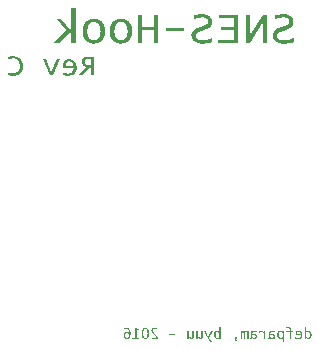
<source format=gbo>
G04 Layer_Color=32896*
%FSAX24Y24*%
%MOIN*%
G70*
G01*
G75*
G36*
X033420Y023082D02*
X033431Y023080D01*
X033442Y023077D01*
X033451Y023074D01*
X033461Y023070D01*
X033469Y023065D01*
X033477Y023060D01*
X033484Y023056D01*
X033490Y023050D01*
X033495Y023046D01*
X033500Y023041D01*
X033504Y023037D01*
X033507Y023033D01*
X033509Y023031D01*
X033511Y023029D01*
X033511Y023029D01*
X033518Y023018D01*
X033524Y023007D01*
X033529Y022995D01*
X033533Y022983D01*
X033537Y022972D01*
X033540Y022959D01*
X033543Y022948D01*
X033545Y022937D01*
X033546Y022926D01*
X033547Y022916D01*
X033549Y022908D01*
X033549Y022900D01*
X033549Y022897D01*
Y022894D01*
X033550Y022891D01*
Y022889D01*
Y022888D01*
Y022886D01*
Y022886D01*
Y022885D01*
X033549Y022869D01*
X033548Y022854D01*
X033547Y022840D01*
X033545Y022827D01*
X033542Y022814D01*
X033540Y022803D01*
X033537Y022793D01*
X033534Y022784D01*
X033531Y022776D01*
X033528Y022769D01*
X033526Y022763D01*
X033524Y022758D01*
X033521Y022754D01*
X033520Y022752D01*
X033519Y022750D01*
X033519Y022750D01*
X033512Y022741D01*
X033506Y022734D01*
X033499Y022728D01*
X033492Y022723D01*
X033484Y022718D01*
X033476Y022715D01*
X033469Y022711D01*
X033462Y022709D01*
X033455Y022707D01*
X033449Y022705D01*
X033443Y022704D01*
X033439Y022704D01*
X033434Y022703D01*
X033431Y022703D01*
X033429D01*
X033420Y022703D01*
X033411Y022704D01*
X033403Y022707D01*
X033395Y022709D01*
X033388Y022711D01*
X033381Y022715D01*
X033375Y022718D01*
X033369Y022721D01*
X033364Y022724D01*
X033360Y022727D01*
X033356Y022730D01*
X033353Y022733D01*
X033350Y022736D01*
X033349Y022737D01*
X033348Y022738D01*
X033347Y022739D01*
X033342Y022746D01*
X033337Y022753D01*
X033332Y022761D01*
X033329Y022768D01*
X033325Y022776D01*
X033323Y022784D01*
X033321Y022791D01*
X033319Y022798D01*
X033318Y022804D01*
X033317Y022811D01*
X033316Y022816D01*
X033315Y022821D01*
Y022825D01*
X033315Y022828D01*
Y022829D01*
Y022830D01*
X033315Y022839D01*
X033316Y022847D01*
X033318Y022855D01*
X033319Y022863D01*
X033322Y022870D01*
X033324Y022876D01*
X033327Y022882D01*
X033330Y022888D01*
X033333Y022893D01*
X033335Y022897D01*
X033338Y022901D01*
X033340Y022904D01*
X033342Y022907D01*
X033343Y022909D01*
X033344Y022910D01*
X033345Y022910D01*
X033350Y022916D01*
X033356Y022921D01*
X033363Y022925D01*
X033368Y022929D01*
X033375Y022932D01*
X033381Y022935D01*
X033386Y022937D01*
X033392Y022939D01*
X033397Y022940D01*
X033402Y022941D01*
X033406Y022942D01*
X033410Y022943D01*
X033412D01*
X033415Y022943D01*
X033417D01*
X033426Y022943D01*
X033435Y022941D01*
X033443Y022939D01*
X033451Y022936D01*
X033458Y022932D01*
X033465Y022929D01*
X033471Y022924D01*
X033477Y022920D01*
X033482Y022916D01*
X033486Y022911D01*
X033490Y022907D01*
X033493Y022904D01*
X033496Y022901D01*
X033498Y022899D01*
X033499Y022897D01*
X033499Y022897D01*
X033499Y022910D01*
X033498Y022922D01*
X033496Y022933D01*
X033495Y022944D01*
X033493Y022954D01*
X033491Y022963D01*
X033489Y022971D01*
X033486Y022979D01*
X033484Y022985D01*
X033482Y022991D01*
X033480Y022996D01*
X033478Y023000D01*
X033477Y023003D01*
X033475Y023005D01*
X033475Y023007D01*
X033474Y023007D01*
X033469Y023014D01*
X033464Y023020D01*
X033458Y023025D01*
X033453Y023030D01*
X033447Y023033D01*
X033441Y023037D01*
X033435Y023039D01*
X033430Y023041D01*
X033424Y023043D01*
X033419Y023044D01*
X033415Y023045D01*
X033411Y023046D01*
X033408Y023046D01*
X033406Y023046D01*
X033404D01*
X033399Y023046D01*
X033393Y023046D01*
X033382Y023043D01*
X033371Y023040D01*
X033360Y023037D01*
X033355Y023035D01*
X033350Y023033D01*
X033346Y023032D01*
X033342Y023030D01*
X033339Y023029D01*
X033337Y023028D01*
X033335Y023028D01*
X033335Y023027D01*
Y023068D01*
X033343Y023071D01*
X033350Y023073D01*
X033358Y023075D01*
X033365Y023076D01*
X033371Y023078D01*
X033377Y023079D01*
X033383Y023080D01*
X033388Y023081D01*
X033392Y023081D01*
X033397Y023082D01*
X033400Y023082D01*
X033403D01*
X033405Y023082D01*
X033408D01*
X033420Y023082D01*
D02*
G37*
G36*
X037662Y022982D02*
X037671Y022982D01*
X037688Y022980D01*
X037696Y022979D01*
X037704Y022977D01*
X037711Y022975D01*
X037718Y022974D01*
X037725Y022972D01*
X037731Y022970D01*
X037736Y022969D01*
X037741Y022967D01*
X037745Y022966D01*
X037747Y022965D01*
X037749Y022965D01*
X037750Y022964D01*
Y022923D01*
X037741Y022927D01*
X037733Y022931D01*
X037725Y022934D01*
X037717Y022937D01*
X037710Y022939D01*
X037703Y022941D01*
X037696Y022942D01*
X037690Y022944D01*
X037684Y022945D01*
X037679Y022945D01*
X037674Y022946D01*
X037671Y022946D01*
X037667Y022947D01*
X037658D01*
X037653Y022946D01*
X037649Y022946D01*
X037645Y022945D01*
X037641Y022944D01*
X037638Y022943D01*
X037634Y022942D01*
X037632Y022941D01*
X037627Y022938D01*
X037624Y022937D01*
X037623Y022935D01*
X037622Y022935D01*
X037620Y022932D01*
X037618Y022929D01*
X037615Y022923D01*
X037613Y022917D01*
X037611Y022910D01*
X037610Y022904D01*
X037610Y022902D01*
Y022899D01*
X037609Y022898D01*
Y022896D01*
Y022895D01*
Y022895D01*
Y022872D01*
X037639D01*
X037650Y022872D01*
X037661Y022871D01*
X037671Y022870D01*
X037680Y022869D01*
X037688Y022866D01*
X037696Y022864D01*
X037703Y022862D01*
X037710Y022860D01*
X037716Y022857D01*
X037721Y022855D01*
X037726Y022853D01*
X037730Y022851D01*
X037732Y022849D01*
X037734Y022848D01*
X037736Y022847D01*
X037736Y022847D01*
X037742Y022842D01*
X037748Y022837D01*
X037753Y022832D01*
X037757Y022826D01*
X037761Y022821D01*
X037764Y022815D01*
X037766Y022810D01*
X037768Y022805D01*
X037769Y022800D01*
X037770Y022795D01*
X037772Y022791D01*
X037772Y022788D01*
X037772Y022785D01*
X037773Y022783D01*
Y022781D01*
Y022781D01*
X037772Y022775D01*
X037772Y022769D01*
X037770Y022764D01*
X037769Y022759D01*
X037765Y022750D01*
X037763Y022746D01*
X037761Y022743D01*
X037759Y022739D01*
X037757Y022736D01*
X037755Y022734D01*
X037753Y022732D01*
X037751Y022730D01*
X037750Y022729D01*
X037750Y022728D01*
X037749Y022728D01*
X037745Y022725D01*
X037740Y022721D01*
X037735Y022719D01*
X037730Y022716D01*
X037725Y022714D01*
X037720Y022712D01*
X037710Y022710D01*
X037706Y022709D01*
X037702Y022709D01*
X037698Y022708D01*
X037695Y022708D01*
X037693Y022708D01*
X037689D01*
X037681Y022708D01*
X037673Y022709D01*
X037665Y022711D01*
X037657Y022713D01*
X037650Y022716D01*
X037643Y022719D01*
X037636Y022722D01*
X037630Y022726D01*
X037624Y022729D01*
X037618Y022733D01*
X037614Y022736D01*
X037610Y022738D01*
X037606Y022741D01*
X037604Y022743D01*
X037603Y022744D01*
X037602Y022744D01*
X037599Y022738D01*
X037597Y022732D01*
X037593Y022727D01*
X037589Y022723D01*
X037586Y022719D01*
X037581Y022717D01*
X037577Y022714D01*
X037573Y022712D01*
X037570Y022711D01*
X037566Y022710D01*
X037563Y022709D01*
X037560Y022708D01*
X037557Y022708D01*
X037555Y022708D01*
X037554D01*
X037549Y022708D01*
X037543Y022709D01*
X037537Y022710D01*
X037531Y022711D01*
X037525Y022713D01*
X037523Y022713D01*
X037521Y022714D01*
X037520Y022715D01*
X037518Y022715D01*
X037518Y022715D01*
X037517D01*
X037522Y022744D01*
X037525Y022743D01*
X037529Y022743D01*
X037531Y022742D01*
X037533Y022742D01*
X037535Y022742D01*
X037537D01*
X037542Y022742D01*
X037546Y022743D01*
X037549Y022744D01*
X037552Y022746D01*
X037554Y022747D01*
X037555Y022749D01*
X037556Y022750D01*
X037556Y022750D01*
X037557Y022752D01*
X037558Y022754D01*
X037559Y022759D01*
X037560Y022764D01*
X037561Y022769D01*
X037561Y022775D01*
X037561Y022779D01*
Y022780D01*
Y022781D01*
Y022782D01*
Y022783D01*
Y022894D01*
X037562Y022903D01*
X037562Y022911D01*
X037563Y022918D01*
X037564Y022925D01*
X037566Y022931D01*
X037568Y022937D01*
X037570Y022942D01*
X037572Y022946D01*
X037574Y022950D01*
X037576Y022954D01*
X037578Y022956D01*
X037579Y022959D01*
X037580Y022961D01*
X037581Y022962D01*
X037582Y022962D01*
X037582Y022963D01*
X037587Y022966D01*
X037591Y022969D01*
X037597Y022972D01*
X037602Y022974D01*
X037608Y022976D01*
X037614Y022978D01*
X037626Y022980D01*
X037631Y022981D01*
X037637Y022982D01*
X037641Y022982D01*
X037645Y022982D01*
X037649Y022983D01*
X037654D01*
X037662Y022982D01*
D02*
G37*
G36*
X036168Y022724D02*
X036180Y022699D01*
X036182Y022693D01*
X036185Y022688D01*
X036187Y022684D01*
X036190Y022680D01*
X036192Y022677D01*
X036194Y022674D01*
X036196Y022671D01*
X036198Y022669D01*
X036201Y022665D01*
X036204Y022662D01*
X036205Y022661D01*
X036206Y022661D01*
X036209Y022659D01*
X036211Y022658D01*
X036218Y022656D01*
X036224Y022654D01*
X036230Y022653D01*
X036236Y022652D01*
X036239D01*
X036241Y022652D01*
X036265D01*
Y022616D01*
X036237D01*
X036230Y022616D01*
X036224Y022617D01*
X036218Y022618D01*
X036213Y022619D01*
X036208Y022620D01*
X036203Y022621D01*
X036199Y022623D01*
X036195Y022624D01*
X036192Y022625D01*
X036190Y022626D01*
X036187Y022627D01*
X036185Y022628D01*
X036184Y022629D01*
X036184Y022629D01*
X036183D01*
X036179Y022632D01*
X036175Y022636D01*
X036168Y022643D01*
X036162Y022651D01*
X036156Y022659D01*
X036152Y022667D01*
X036150Y022670D01*
X036149Y022673D01*
X036148Y022675D01*
X036147Y022677D01*
X036146Y022678D01*
Y022678D01*
X036012Y022977D01*
X036056D01*
X036143Y022779D01*
X036229Y022977D01*
X036279D01*
X036168Y022724D01*
D02*
G37*
G36*
X035044Y022845D02*
X034845D01*
Y022881D01*
X035044D01*
Y022845D01*
D02*
G37*
G36*
X037386Y022982D02*
X037392Y022980D01*
X037397Y022978D01*
X037402Y022974D01*
X037407Y022970D01*
X037412Y022965D01*
X037421Y022955D01*
X037425Y022950D01*
X037429Y022945D01*
X037432Y022940D01*
X037435Y022936D01*
X037437Y022932D01*
X037438Y022930D01*
X037439Y022928D01*
X037440Y022927D01*
Y022977D01*
X037482D01*
Y022712D01*
X037440D01*
Y022882D01*
X037436Y022891D01*
X037431Y022899D01*
X037428Y022906D01*
X037424Y022912D01*
X037420Y022917D01*
X037418Y022921D01*
X037417Y022922D01*
X037416Y022923D01*
X037415Y022923D01*
Y022924D01*
X037413Y022927D01*
X037410Y022929D01*
X037408Y022932D01*
X037406Y022933D01*
X037402Y022937D01*
X037398Y022939D01*
X037395Y022940D01*
X037393Y022940D01*
X037392Y022941D01*
X037391D01*
X037388Y022940D01*
X037385Y022939D01*
X037383Y022938D01*
X037381Y022936D01*
X037380Y022935D01*
X037379Y022933D01*
X037379Y022932D01*
Y022931D01*
X037378Y022930D01*
X037378Y022927D01*
X037377Y022922D01*
X037376Y022916D01*
X037376Y022910D01*
X037375Y022904D01*
Y022902D01*
Y022899D01*
Y022897D01*
Y022896D01*
Y022895D01*
Y022895D01*
Y022712D01*
X037333D01*
Y022883D01*
X037328Y022893D01*
X037323Y022902D01*
X037319Y022910D01*
X037314Y022916D01*
X037310Y022922D01*
X037306Y022927D01*
X037302Y022931D01*
X037298Y022934D01*
X037295Y022936D01*
X037292Y022938D01*
X037290Y022939D01*
X037287Y022940D01*
X037286Y022941D01*
X037285Y022941D01*
X037284D01*
X037280Y022941D01*
X037278Y022940D01*
X037276Y022939D01*
X037275Y022937D01*
X037273Y022936D01*
X037273Y022935D01*
X037272Y022933D01*
Y022933D01*
X037271Y022930D01*
X037270Y022925D01*
X037269Y022920D01*
X037269Y022915D01*
X037268Y022911D01*
Y022907D01*
Y022906D01*
Y022905D01*
Y022904D01*
Y022904D01*
Y022712D01*
X037226D01*
Y022906D01*
Y022913D01*
X037226Y022920D01*
X037227Y022926D01*
X037228Y022932D01*
X037229Y022937D01*
X037229Y022942D01*
X037231Y022946D01*
X037232Y022950D01*
X037233Y022954D01*
X037234Y022956D01*
X037235Y022959D01*
X037236Y022961D01*
X037236Y022962D01*
X037237Y022964D01*
X037237Y022964D01*
Y022964D01*
X037240Y022967D01*
X037242Y022971D01*
X037245Y022973D01*
X037248Y022975D01*
X037254Y022978D01*
X037260Y022980D01*
X037265Y022982D01*
X037267Y022982D01*
X037269Y022982D01*
X037271Y022983D01*
X037274D01*
X037280Y022982D01*
X037286Y022980D01*
X037292Y022978D01*
X037297Y022974D01*
X037302Y022970D01*
X037307Y022965D01*
X037312Y022960D01*
X037316Y022955D01*
X037320Y022950D01*
X037323Y022945D01*
X037326Y022940D01*
X037328Y022936D01*
X037330Y022932D01*
X037332Y022929D01*
X037333Y022928D01*
X037333Y022927D01*
X037335D01*
X037337Y022937D01*
X037339Y022945D01*
X037343Y022953D01*
X037346Y022959D01*
X037350Y022965D01*
X037354Y022969D01*
X037358Y022973D01*
X037362Y022976D01*
X037366Y022978D01*
X037369Y022980D01*
X037372Y022981D01*
X037375Y022982D01*
X037377Y022982D01*
X037379Y022983D01*
X037381D01*
X037386Y022982D01*
D02*
G37*
G36*
X033845Y023037D02*
Y023007D01*
X033749Y023029D01*
Y022748D01*
X033845D01*
Y022712D01*
X033604D01*
Y022748D01*
X033700D01*
Y023082D01*
X033845Y023037D01*
D02*
G37*
G36*
X038265Y022982D02*
X038273Y022982D01*
X038290Y022980D01*
X038298Y022979D01*
X038306Y022977D01*
X038314Y022975D01*
X038321Y022974D01*
X038327Y022972D01*
X038334Y022970D01*
X038339Y022969D01*
X038343Y022967D01*
X038347Y022966D01*
X038350Y022965D01*
X038351Y022965D01*
X038352Y022964D01*
Y022923D01*
X038344Y022927D01*
X038336Y022931D01*
X038327Y022934D01*
X038320Y022937D01*
X038312Y022939D01*
X038305Y022941D01*
X038299Y022942D01*
X038292Y022944D01*
X038286Y022945D01*
X038281Y022945D01*
X038277Y022946D01*
X038273Y022946D01*
X038270Y022947D01*
X038260D01*
X038256Y022946D01*
X038251Y022946D01*
X038247Y022945D01*
X038243Y022944D01*
X038240Y022943D01*
X038237Y022942D01*
X038234Y022941D01*
X038230Y022938D01*
X038227Y022937D01*
X038225Y022935D01*
X038224Y022935D01*
X038222Y022932D01*
X038220Y022929D01*
X038217Y022923D01*
X038215Y022917D01*
X038213Y022910D01*
X038213Y022904D01*
X038212Y022902D01*
Y022899D01*
X038212Y022898D01*
Y022896D01*
Y022895D01*
Y022895D01*
Y022872D01*
X038242D01*
X038253Y022872D01*
X038263Y022871D01*
X038273Y022870D01*
X038282Y022869D01*
X038291Y022866D01*
X038299Y022864D01*
X038306Y022862D01*
X038312Y022860D01*
X038318Y022857D01*
X038324Y022855D01*
X038328Y022853D01*
X038332Y022851D01*
X038335Y022849D01*
X038337Y022848D01*
X038338Y022847D01*
X038339Y022847D01*
X038345Y022842D01*
X038351Y022837D01*
X038356Y022832D01*
X038360Y022826D01*
X038363Y022821D01*
X038366Y022815D01*
X038368Y022810D01*
X038370Y022805D01*
X038372Y022800D01*
X038373Y022795D01*
X038374Y022791D01*
X038374Y022788D01*
X038375Y022785D01*
X038375Y022783D01*
Y022781D01*
Y022781D01*
X038375Y022775D01*
X038374Y022769D01*
X038373Y022764D01*
X038371Y022759D01*
X038368Y022750D01*
X038366Y022746D01*
X038363Y022743D01*
X038361Y022739D01*
X038359Y022736D01*
X038357Y022734D01*
X038355Y022732D01*
X038354Y022730D01*
X038353Y022729D01*
X038352Y022728D01*
X038352Y022728D01*
X038347Y022725D01*
X038342Y022721D01*
X038337Y022719D01*
X038332Y022716D01*
X038327Y022714D01*
X038322Y022712D01*
X038313Y022710D01*
X038308Y022709D01*
X038305Y022709D01*
X038301Y022708D01*
X038298Y022708D01*
X038295Y022708D01*
X038292D01*
X038284Y022708D01*
X038275Y022709D01*
X038267Y022711D01*
X038260Y022713D01*
X038252Y022716D01*
X038245Y022719D01*
X038238Y022722D01*
X038232Y022726D01*
X038226Y022729D01*
X038221Y022733D01*
X038216Y022736D01*
X038212Y022738D01*
X038209Y022741D01*
X038207Y022743D01*
X038205Y022744D01*
X038205Y022744D01*
X038202Y022738D01*
X038199Y022732D01*
X038196Y022727D01*
X038192Y022723D01*
X038188Y022719D01*
X038184Y022717D01*
X038180Y022714D01*
X038176Y022712D01*
X038172Y022711D01*
X038168Y022710D01*
X038165Y022709D01*
X038162Y022708D01*
X038160Y022708D01*
X038158Y022708D01*
X038156D01*
X038151Y022708D01*
X038145Y022709D01*
X038139Y022710D01*
X038133Y022711D01*
X038128Y022713D01*
X038125Y022713D01*
X038123Y022714D01*
X038122Y022715D01*
X038121Y022715D01*
X038120Y022715D01*
X038120D01*
X038124Y022744D01*
X038128Y022743D01*
X038131Y022743D01*
X038134Y022742D01*
X038136Y022742D01*
X038137Y022742D01*
X038139D01*
X038144Y022742D01*
X038148Y022743D01*
X038152Y022744D01*
X038154Y022746D01*
X038156Y022747D01*
X038158Y022749D01*
X038158Y022750D01*
X038159Y022750D01*
X038159Y022752D01*
X038161Y022754D01*
X038162Y022759D01*
X038163Y022764D01*
X038163Y022769D01*
X038163Y022775D01*
X038164Y022779D01*
Y022780D01*
Y022781D01*
Y022782D01*
Y022783D01*
Y022894D01*
X038164Y022903D01*
X038165Y022911D01*
X038166Y022918D01*
X038167Y022925D01*
X038168Y022931D01*
X038170Y022937D01*
X038172Y022942D01*
X038174Y022946D01*
X038176Y022950D01*
X038178Y022954D01*
X038180Y022956D01*
X038181Y022959D01*
X038183Y022961D01*
X038184Y022962D01*
X038184Y022962D01*
X038185Y022963D01*
X038189Y022966D01*
X038194Y022969D01*
X038199Y022972D01*
X038205Y022974D01*
X038210Y022976D01*
X038216Y022978D01*
X038228Y022980D01*
X038234Y022981D01*
X038239Y022982D01*
X038244Y022982D01*
X038248Y022982D01*
X038251Y022983D01*
X038256D01*
X038265Y022982D01*
D02*
G37*
G36*
X036559Y022709D02*
X036523D01*
X036511Y022742D01*
X036505Y022736D01*
X036499Y022730D01*
X036493Y022725D01*
X036487Y022721D01*
X036481Y022718D01*
X036475Y022715D01*
X036469Y022712D01*
X036463Y022710D01*
X036458Y022709D01*
X036453Y022708D01*
X036449Y022707D01*
X036446Y022707D01*
X036442Y022706D01*
X036440Y022706D01*
X036438D01*
X036429Y022706D01*
X036421Y022708D01*
X036412Y022710D01*
X036405Y022712D01*
X036398Y022715D01*
X036391Y022719D01*
X036385Y022722D01*
X036379Y022726D01*
X036374Y022730D01*
X036370Y022734D01*
X036367Y022737D01*
X036363Y022740D01*
X036361Y022743D01*
X036359Y022745D01*
X036358Y022746D01*
X036358Y022746D01*
X036352Y022754D01*
X036348Y022763D01*
X036344Y022771D01*
X036340Y022780D01*
X036337Y022789D01*
X036335Y022798D01*
X036332Y022806D01*
X036331Y022815D01*
X036329Y022823D01*
X036329Y022830D01*
X036328Y022836D01*
X036327Y022842D01*
Y022847D01*
X036327Y022850D01*
Y022851D01*
Y022852D01*
Y022853D01*
Y022853D01*
X036327Y022864D01*
X036328Y022874D01*
X036329Y022884D01*
X036331Y022893D01*
X036333Y022902D01*
X036335Y022909D01*
X036337Y022916D01*
X036340Y022923D01*
X036342Y022929D01*
X036345Y022933D01*
X036347Y022938D01*
X036349Y022941D01*
X036351Y022944D01*
X036352Y022946D01*
X036353Y022947D01*
X036353Y022948D01*
X036358Y022954D01*
X036363Y022959D01*
X036369Y022964D01*
X036375Y022968D01*
X036381Y022971D01*
X036387Y022974D01*
X036393Y022977D01*
X036398Y022978D01*
X036404Y022980D01*
X036408Y022981D01*
X036413Y022982D01*
X036416Y022982D01*
X036420Y022982D01*
X036422Y022983D01*
X036424D01*
X036433Y022982D01*
X036442Y022980D01*
X036451Y022978D01*
X036460Y022974D01*
X036467Y022970D01*
X036474Y022965D01*
X036481Y022960D01*
X036487Y022955D01*
X036492Y022950D01*
X036497Y022945D01*
X036501Y022940D01*
X036504Y022936D01*
X036507Y022932D01*
X036509Y022929D01*
X036510Y022928D01*
X036511Y022927D01*
Y023097D01*
X036559D01*
Y022709D01*
D02*
G37*
G36*
X035956Y022796D02*
X035955Y022787D01*
X035955Y022780D01*
X035954Y022773D01*
X035953Y022766D01*
X035951Y022760D01*
X035949Y022754D01*
X035946Y022749D01*
X035944Y022744D01*
X035941Y022739D01*
X035938Y022735D01*
X035935Y022731D01*
X035932Y022728D01*
X035925Y022722D01*
X035918Y022717D01*
X035911Y022713D01*
X035904Y022711D01*
X035898Y022709D01*
X035893Y022707D01*
X035888Y022707D01*
X035884Y022706D01*
X035882Y022706D01*
X035881D01*
X035870Y022707D01*
X035860Y022708D01*
X035851Y022711D01*
X035843Y022715D01*
X035834Y022719D01*
X035827Y022724D01*
X035820Y022729D01*
X035814Y022734D01*
X035809Y022739D01*
X035804Y022744D01*
X035800Y022749D01*
X035796Y022753D01*
X035794Y022757D01*
X035792Y022759D01*
X035790Y022761D01*
X035790Y022762D01*
Y022712D01*
X035742D01*
Y022977D01*
X035790D01*
Y022803D01*
X035797Y022794D01*
X035805Y022786D01*
X035812Y022779D01*
X035819Y022773D01*
X035825Y022768D01*
X035831Y022764D01*
X035837Y022761D01*
X035843Y022758D01*
X035848Y022756D01*
X035852Y022754D01*
X035856Y022753D01*
X035860Y022752D01*
X035862Y022752D01*
X035864Y022751D01*
X035866D01*
X035874Y022752D01*
X035880Y022753D01*
X035886Y022755D01*
X035890Y022758D01*
X035894Y022760D01*
X035896Y022762D01*
X035898Y022763D01*
X035898Y022764D01*
X035900Y022767D01*
X035901Y022770D01*
X035904Y022777D01*
X035905Y022784D01*
X035906Y022791D01*
X035907Y022798D01*
Y022801D01*
X035907Y022803D01*
Y022805D01*
Y022807D01*
Y022808D01*
Y022809D01*
Y022977D01*
X035956D01*
Y022796D01*
D02*
G37*
G36*
X034051Y023082D02*
X034061Y023080D01*
X034070Y023077D01*
X034079Y023074D01*
X034087Y023070D01*
X034094Y023066D01*
X034101Y023061D01*
X034107Y023057D01*
X034113Y023052D01*
X034118Y023047D01*
X034121Y023043D01*
X034125Y023039D01*
X034128Y023035D01*
X034129Y023033D01*
X034131Y023031D01*
X034131Y023031D01*
X034137Y023021D01*
X034142Y023010D01*
X034146Y022999D01*
X034150Y022988D01*
X034154Y022976D01*
X034156Y022964D01*
X034159Y022953D01*
X034160Y022942D01*
X034162Y022932D01*
X034163Y022923D01*
X034163Y022914D01*
X034164Y022907D01*
X034164Y022904D01*
Y022901D01*
X034164Y022899D01*
Y022897D01*
Y022895D01*
Y022894D01*
Y022893D01*
Y022893D01*
X034164Y022877D01*
X034163Y022862D01*
X034161Y022848D01*
X034159Y022835D01*
X034157Y022822D01*
X034154Y022811D01*
X034151Y022801D01*
X034148Y022791D01*
X034145Y022783D01*
X034142Y022775D01*
X034139Y022769D01*
X034136Y022764D01*
X034134Y022760D01*
X034133Y022757D01*
X034131Y022755D01*
X034131Y022754D01*
X034125Y022745D01*
X034118Y022737D01*
X034110Y022730D01*
X034103Y022725D01*
X034095Y022720D01*
X034088Y022716D01*
X034080Y022712D01*
X034074Y022710D01*
X034067Y022707D01*
X034061Y022706D01*
X034055Y022705D01*
X034050Y022704D01*
X034046Y022703D01*
X034043Y022703D01*
X034041D01*
X034030Y022704D01*
X034021Y022705D01*
X034012Y022708D01*
X034003Y022711D01*
X033995Y022715D01*
X033988Y022719D01*
X033981Y022724D01*
X033975Y022729D01*
X033969Y022734D01*
X033965Y022738D01*
X033960Y022743D01*
X033957Y022746D01*
X033955Y022750D01*
X033952Y022752D01*
X033951Y022754D01*
X033951Y022754D01*
X033945Y022764D01*
X033940Y022775D01*
X033935Y022786D01*
X033932Y022798D01*
X033928Y022809D01*
X033926Y022821D01*
X033923Y022832D01*
X033922Y022843D01*
X033920Y022853D01*
X033919Y022863D01*
X033918Y022871D01*
X033918Y022879D01*
Y022882D01*
Y022885D01*
X033917Y022887D01*
Y022889D01*
Y022891D01*
Y022892D01*
Y022893D01*
Y022893D01*
X033918Y022909D01*
X033919Y022924D01*
X033921Y022938D01*
X033923Y022951D01*
X033925Y022963D01*
X033928Y022974D01*
X033931Y022985D01*
X033934Y022994D01*
X033938Y023003D01*
X033940Y023010D01*
X033943Y023016D01*
X033946Y023021D01*
X033948Y023025D01*
X033950Y023028D01*
X033951Y023030D01*
X033951Y023031D01*
X033958Y023040D01*
X033965Y023048D01*
X033972Y023055D01*
X033979Y023060D01*
X033987Y023066D01*
X033994Y023070D01*
X034002Y023073D01*
X034009Y023076D01*
X034015Y023078D01*
X034021Y023080D01*
X034027Y023081D01*
X034032Y023082D01*
X034035Y023082D01*
X034038Y023082D01*
X034041D01*
X034051Y023082D01*
D02*
G37*
G36*
X039399Y022946D02*
X039404Y022953D01*
X039410Y022958D01*
X039416Y022963D01*
X039423Y022967D01*
X039429Y022971D01*
X039435Y022974D01*
X039441Y022976D01*
X039446Y022978D01*
X039451Y022980D01*
X039456Y022981D01*
X039460Y022982D01*
X039464Y022982D01*
X039467Y022982D01*
X039469Y022983D01*
X039471D01*
X039480Y022982D01*
X039489Y022981D01*
X039497Y022979D01*
X039505Y022977D01*
X039512Y022973D01*
X039518Y022970D01*
X039525Y022966D01*
X039530Y022962D01*
X039535Y022958D01*
X039539Y022955D01*
X039543Y022951D01*
X039546Y022948D01*
X039548Y022946D01*
X039550Y022944D01*
X039551Y022942D01*
X039552Y022942D01*
X039557Y022934D01*
X039562Y022925D01*
X039566Y022917D01*
X039569Y022908D01*
X039572Y022899D01*
X039575Y022890D01*
X039577Y022882D01*
X039578Y022873D01*
X039580Y022866D01*
X039580Y022859D01*
X039581Y022852D01*
X039582Y022846D01*
Y022842D01*
X039582Y022838D01*
Y022837D01*
Y022836D01*
Y022836D01*
Y022836D01*
X039582Y022825D01*
X039581Y022814D01*
X039580Y022805D01*
X039578Y022795D01*
X039576Y022787D01*
X039574Y022779D01*
X039572Y022772D01*
X039569Y022766D01*
X039567Y022760D01*
X039564Y022755D01*
X039562Y022751D01*
X039561Y022747D01*
X039559Y022744D01*
X039558Y022742D01*
X039557Y022741D01*
X039556Y022741D01*
X039551Y022734D01*
X039546Y022729D01*
X039540Y022725D01*
X039534Y022720D01*
X039528Y022717D01*
X039522Y022714D01*
X039517Y022712D01*
X039511Y022710D01*
X039506Y022709D01*
X039501Y022708D01*
X039497Y022707D01*
X039493Y022707D01*
X039490Y022706D01*
X039488Y022706D01*
X039486D01*
X039476Y022707D01*
X039467Y022708D01*
X039458Y022711D01*
X039450Y022715D01*
X039443Y022719D01*
X039435Y022724D01*
X039429Y022729D01*
X039423Y022734D01*
X039417Y022739D01*
X039412Y022744D01*
X039408Y022749D01*
X039405Y022753D01*
X039402Y022757D01*
X039400Y022759D01*
X039399Y022761D01*
X039399Y022762D01*
Y022712D01*
X039350D01*
Y023097D01*
X039399D01*
Y022946D01*
D02*
G37*
G36*
X038540Y022982D02*
X038549Y022980D01*
X038558Y022978D01*
X038566Y022974D01*
X038574Y022970D01*
X038581Y022965D01*
X038588Y022960D01*
X038594Y022955D01*
X038599Y022950D01*
X038604Y022945D01*
X038608Y022940D01*
X038611Y022936D01*
X038614Y022932D01*
X038616Y022930D01*
X038617Y022928D01*
X038617Y022927D01*
Y022977D01*
X038666D01*
Y022616D01*
X038617D01*
Y022742D01*
X038612Y022736D01*
X038606Y022730D01*
X038600Y022725D01*
X038594Y022721D01*
X038588Y022718D01*
X038582Y022715D01*
X038576Y022712D01*
X038570Y022710D01*
X038565Y022709D01*
X038560Y022708D01*
X038556Y022707D01*
X038553Y022707D01*
X038549Y022706D01*
X038547Y022706D01*
X038545D01*
X038536Y022706D01*
X038528Y022708D01*
X038519Y022710D01*
X038512Y022712D01*
X038505Y022715D01*
X038498Y022719D01*
X038492Y022722D01*
X038486Y022726D01*
X038481Y022730D01*
X038477Y022734D01*
X038473Y022737D01*
X038470Y022740D01*
X038468Y022743D01*
X038466Y022745D01*
X038465Y022746D01*
X038465Y022746D01*
X038459Y022754D01*
X038455Y022763D01*
X038451Y022771D01*
X038447Y022780D01*
X038444Y022789D01*
X038442Y022798D01*
X038439Y022806D01*
X038438Y022815D01*
X038436Y022823D01*
X038436Y022830D01*
X038435Y022836D01*
X038434Y022842D01*
Y022847D01*
X038434Y022850D01*
Y022851D01*
Y022852D01*
Y022853D01*
Y022853D01*
X038434Y022864D01*
X038435Y022874D01*
X038436Y022884D01*
X038438Y022893D01*
X038440Y022902D01*
X038442Y022909D01*
X038444Y022916D01*
X038447Y022923D01*
X038449Y022929D01*
X038452Y022933D01*
X038454Y022938D01*
X038456Y022941D01*
X038458Y022944D01*
X038459Y022946D01*
X038460Y022947D01*
X038460Y022948D01*
X038465Y022954D01*
X038470Y022959D01*
X038476Y022964D01*
X038482Y022968D01*
X038488Y022971D01*
X038494Y022974D01*
X038500Y022977D01*
X038505Y022978D01*
X038511Y022980D01*
X038515Y022981D01*
X038520Y022982D01*
X038523Y022982D01*
X038527Y022982D01*
X038529Y022983D01*
X038531D01*
X038540Y022982D01*
D02*
G37*
G36*
X037089Y022712D02*
X037059D01*
X037060Y022701D01*
X037061Y022694D01*
X037063Y022688D01*
X037064Y022683D01*
X037066Y022678D01*
X037069Y022674D01*
X037071Y022670D01*
X037074Y022667D01*
X037076Y022665D01*
X037079Y022663D01*
X037081Y022661D01*
X037083Y022660D01*
X037085Y022659D01*
X037087Y022659D01*
X037088Y022658D01*
X037089Y022658D01*
X037089D01*
Y022634D01*
X037082Y022634D01*
X037076Y022635D01*
X037071Y022637D01*
X037065Y022640D01*
X037060Y022642D01*
X037056Y022645D01*
X037051Y022649D01*
X037047Y022652D01*
X037040Y022660D01*
X037034Y022669D01*
X037030Y022679D01*
X037026Y022689D01*
X037023Y022699D01*
X037021Y022708D01*
X037019Y022717D01*
X037018Y022725D01*
X037017Y022728D01*
X037017Y022731D01*
Y022734D01*
X037017Y022736D01*
Y022738D01*
Y022740D01*
Y022740D01*
Y022741D01*
Y022784D01*
X037089D01*
Y022712D01*
D02*
G37*
G36*
X039163Y022982D02*
X039172Y022981D01*
X039181Y022979D01*
X039190Y022977D01*
X039198Y022973D01*
X039205Y022970D01*
X039212Y022966D01*
X039218Y022963D01*
X039223Y022959D01*
X039228Y022955D01*
X039233Y022952D01*
X039236Y022949D01*
X039239Y022947D01*
X039241Y022945D01*
X039242Y022943D01*
X039242Y022943D01*
X039249Y022935D01*
X039254Y022927D01*
X039259Y022919D01*
X039263Y022910D01*
X039266Y022902D01*
X039269Y022893D01*
X039271Y022885D01*
X039273Y022877D01*
X039275Y022870D01*
X039276Y022863D01*
X039276Y022857D01*
X039277Y022852D01*
X039277Y022847D01*
X039277Y022844D01*
Y022842D01*
Y022842D01*
Y022841D01*
X039277Y022829D01*
X039276Y022818D01*
X039274Y022808D01*
X039272Y022798D01*
X039269Y022789D01*
X039266Y022781D01*
X039263Y022773D01*
X039259Y022767D01*
X039256Y022761D01*
X039253Y022755D01*
X039249Y022751D01*
X039247Y022747D01*
X039245Y022745D01*
X039242Y022743D01*
X039241Y022741D01*
X039241Y022741D01*
X039234Y022735D01*
X039226Y022729D01*
X039218Y022725D01*
X039209Y022721D01*
X039200Y022717D01*
X039192Y022715D01*
X039183Y022712D01*
X039175Y022710D01*
X039167Y022709D01*
X039160Y022708D01*
X039153Y022707D01*
X039147Y022707D01*
X039143Y022706D01*
X039139Y022706D01*
X039136D01*
X039128Y022706D01*
X039120Y022707D01*
X039104Y022708D01*
X039088Y022711D01*
X039081Y022712D01*
X039074Y022714D01*
X039068Y022716D01*
X039062Y022717D01*
X039057Y022718D01*
X039052Y022720D01*
X039049Y022721D01*
X039046Y022721D01*
X039045Y022722D01*
X039044D01*
Y022760D01*
X039053Y022757D01*
X039061Y022754D01*
X039069Y022752D01*
X039077Y022750D01*
X039084Y022748D01*
X039091Y022746D01*
X039098Y022745D01*
X039104Y022744D01*
X039110Y022743D01*
X039114Y022743D01*
X039119Y022743D01*
X039122Y022742D01*
X039125Y022742D01*
X039129D01*
X039138Y022742D01*
X039146Y022743D01*
X039153Y022744D01*
X039160Y022746D01*
X039166Y022748D01*
X039172Y022750D01*
X039178Y022753D01*
X039183Y022756D01*
X039188Y022759D01*
X039192Y022763D01*
X039196Y022767D01*
X039200Y022770D01*
X039207Y022778D01*
X039212Y022787D01*
X039216Y022795D01*
X039220Y022803D01*
X039222Y022811D01*
X039224Y022818D01*
X039225Y022823D01*
X039225Y022826D01*
X039226Y022828D01*
Y022830D01*
X039226Y022831D01*
Y022831D01*
Y022832D01*
X039046D01*
Y022847D01*
X039046Y022860D01*
X039047Y022871D01*
X039048Y022882D01*
X039050Y022893D01*
X039052Y022902D01*
X039054Y022910D01*
X039056Y022918D01*
X039059Y022924D01*
X039061Y022930D01*
X039063Y022935D01*
X039066Y022940D01*
X039068Y022943D01*
X039069Y022946D01*
X039071Y022948D01*
X039071Y022949D01*
X039072Y022949D01*
X039077Y022955D01*
X039083Y022961D01*
X039089Y022965D01*
X039095Y022969D01*
X039102Y022972D01*
X039109Y022975D01*
X039115Y022977D01*
X039122Y022979D01*
X039128Y022980D01*
X039134Y022981D01*
X039139Y022982D01*
X039144Y022982D01*
X039147D01*
X039150Y022983D01*
X039153D01*
X039163Y022982D01*
D02*
G37*
G36*
X035654Y022796D02*
X035654Y022787D01*
X035654Y022780D01*
X035653Y022773D01*
X035651Y022766D01*
X035650Y022760D01*
X035648Y022754D01*
X035645Y022749D01*
X035643Y022744D01*
X035640Y022739D01*
X035637Y022735D01*
X035634Y022731D01*
X035631Y022728D01*
X035624Y022722D01*
X035617Y022717D01*
X035610Y022713D01*
X035603Y022711D01*
X035597Y022709D01*
X035591Y022707D01*
X035586Y022707D01*
X035583Y022706D01*
X035581Y022706D01*
X035580D01*
X035569Y022707D01*
X035559Y022708D01*
X035550Y022711D01*
X035541Y022715D01*
X035533Y022719D01*
X035526Y022724D01*
X035519Y022729D01*
X035513Y022734D01*
X035507Y022739D01*
X035502Y022744D01*
X035498Y022749D01*
X035495Y022753D01*
X035492Y022757D01*
X035490Y022759D01*
X035489Y022761D01*
X035489Y022762D01*
Y022712D01*
X035441D01*
Y022977D01*
X035489D01*
Y022803D01*
X035496Y022794D01*
X035504Y022786D01*
X035510Y022779D01*
X035517Y022773D01*
X035524Y022768D01*
X035530Y022764D01*
X035536Y022761D01*
X035542Y022758D01*
X035547Y022756D01*
X035551Y022754D01*
X035555Y022753D01*
X035558Y022752D01*
X035561Y022752D01*
X035563Y022751D01*
X035565D01*
X035573Y022752D01*
X035579Y022753D01*
X035585Y022755D01*
X035589Y022758D01*
X035593Y022760D01*
X035595Y022762D01*
X035597Y022763D01*
X035597Y022764D01*
X035599Y022767D01*
X035600Y022770D01*
X035602Y022777D01*
X035604Y022784D01*
X035605Y022791D01*
X035606Y022798D01*
Y022801D01*
X035606Y022803D01*
Y022805D01*
Y022807D01*
Y022808D01*
Y022809D01*
Y022977D01*
X035654D01*
Y022796D01*
D02*
G37*
G36*
X037896Y022982D02*
X037907Y022980D01*
X037917Y022978D01*
X037927Y022974D01*
X037935Y022970D01*
X037944Y022965D01*
X037951Y022960D01*
X037957Y022955D01*
X037963Y022950D01*
X037969Y022945D01*
X037973Y022940D01*
X037977Y022936D01*
X037980Y022932D01*
X037982Y022929D01*
X037983Y022928D01*
X037984Y022927D01*
Y022977D01*
X038032D01*
Y022712D01*
X037984D01*
Y022884D01*
X037979Y022890D01*
X037975Y022895D01*
X037971Y022900D01*
X037967Y022904D01*
X037963Y022908D01*
X037960Y022912D01*
X037956Y022915D01*
X037953Y022918D01*
X037951Y022920D01*
X037948Y022922D01*
X037946Y022924D01*
X037944Y022925D01*
X037942Y022927D01*
X037941Y022927D01*
X037940Y022928D01*
X037940D01*
X037932Y022932D01*
X037924Y022935D01*
X037916Y022938D01*
X037908Y022939D01*
X037902Y022940D01*
X037899Y022940D01*
X037896D01*
X037895Y022941D01*
X037892D01*
X037885Y022940D01*
X037882Y022940D01*
X037879Y022939D01*
X037876Y022939D01*
X037874Y022938D01*
X037872Y022938D01*
X037872D01*
Y022902D01*
X037836D01*
Y022977D01*
X037846Y022979D01*
X037855Y022980D01*
X037864Y022981D01*
X037871Y022982D01*
X037874Y022982D01*
X037879D01*
X037882Y022983D01*
X037885D01*
X037896Y022982D01*
D02*
G37*
G36*
X038802Y023103D02*
X038813Y023102D01*
X038822Y023101D01*
X038830Y023100D01*
X038838Y023098D01*
X038845Y023096D01*
X038851Y023093D01*
X038857Y023091D01*
X038861Y023089D01*
X038866Y023086D01*
X038869Y023084D01*
X038872Y023083D01*
X038874Y023081D01*
X038875Y023080D01*
X038876Y023079D01*
X038877Y023079D01*
X038881Y023074D01*
X038885Y023068D01*
X038888Y023063D01*
X038892Y023056D01*
X038894Y023049D01*
X038896Y023043D01*
X038898Y023036D01*
X038899Y023030D01*
X038900Y023023D01*
X038901Y023018D01*
X038902Y023013D01*
X038902Y023008D01*
Y023004D01*
X038902Y023001D01*
Y022999D01*
Y022999D01*
Y022971D01*
X038975D01*
Y022935D01*
X038902D01*
Y022712D01*
X038854D01*
Y022935D01*
X038728D01*
Y022971D01*
X038854D01*
Y023004D01*
X038854Y023010D01*
X038853Y023016D01*
X038853Y023022D01*
X038852Y023026D01*
X038851Y023031D01*
X038850Y023035D01*
X038848Y023039D01*
X038847Y023042D01*
X038845Y023045D01*
X038844Y023047D01*
X038843Y023049D01*
X038842Y023050D01*
X038841Y023052D01*
X038840Y023052D01*
X038840Y023053D01*
X038836Y023056D01*
X038833Y023058D01*
X038830Y023060D01*
X038825Y023062D01*
X038817Y023064D01*
X038808Y023066D01*
X038801Y023067D01*
X038797Y023067D01*
X038794D01*
X038792Y023067D01*
X038788D01*
X038775Y023067D01*
X038763Y023065D01*
X038751Y023064D01*
X038745Y023062D01*
X038740Y023061D01*
X038735Y023060D01*
X038731Y023059D01*
X038727Y023058D01*
X038724Y023057D01*
X038721Y023056D01*
X038720Y023056D01*
X038718Y023055D01*
X038718D01*
Y023093D01*
X038731Y023096D01*
X038744Y023099D01*
X038757Y023101D01*
X038763Y023102D01*
X038768Y023102D01*
X038773Y023102D01*
X038777Y023103D01*
X038782Y023103D01*
X038785Y023103D01*
X038792D01*
X038802Y023103D01*
D02*
G37*
G36*
X034363Y023082D02*
X034371Y023082D01*
X034387Y023079D01*
X034395Y023078D01*
X034402Y023076D01*
X034408Y023075D01*
X034415Y023073D01*
X034421Y023071D01*
X034426Y023069D01*
X034431Y023068D01*
X034435Y023066D01*
X034438Y023065D01*
X034441Y023064D01*
X034442Y023064D01*
X034443Y023063D01*
Y023021D01*
X034434Y023025D01*
X034425Y023029D01*
X034417Y023032D01*
X034409Y023035D01*
X034402Y023038D01*
X034395Y023040D01*
X034389Y023042D01*
X034383Y023043D01*
X034378Y023044D01*
X034373Y023045D01*
X034369Y023046D01*
X034366Y023046D01*
X034363Y023046D01*
X034360D01*
X034355Y023046D01*
X034349Y023046D01*
X034340Y023043D01*
X034332Y023041D01*
X034326Y023038D01*
X034323Y023036D01*
X034321Y023034D01*
X034319Y023033D01*
X034317Y023031D01*
X034315Y023030D01*
X034314Y023029D01*
X034314Y023029D01*
X034314Y023029D01*
X034311Y023025D01*
X034308Y023022D01*
X034306Y023018D01*
X034304Y023014D01*
X034300Y023006D01*
X034298Y022999D01*
X034297Y022992D01*
X034297Y022989D01*
Y022987D01*
X034296Y022985D01*
Y022983D01*
Y022982D01*
Y022982D01*
X034297Y022974D01*
X034298Y022965D01*
X034300Y022957D01*
X034303Y022949D01*
X034307Y022941D01*
X034311Y022934D01*
X034315Y022927D01*
X034319Y022920D01*
X034323Y022914D01*
X034327Y022908D01*
X034331Y022904D01*
X034334Y022900D01*
X034337Y022897D01*
X034339Y022894D01*
X034341Y022893D01*
X034341Y022892D01*
X034363Y022870D01*
X034374Y022859D01*
X034384Y022848D01*
X034393Y022838D01*
X034402Y022828D01*
X034410Y022818D01*
X034417Y022808D01*
X034424Y022799D01*
X034430Y022791D01*
X034435Y022783D01*
X034439Y022776D01*
X034443Y022769D01*
X034446Y022764D01*
X034449Y022760D01*
X034450Y022757D01*
X034451Y022755D01*
X034452Y022754D01*
Y022712D01*
X034247D01*
Y022754D01*
X034395D01*
X034392Y022763D01*
X034389Y022772D01*
X034384Y022781D01*
X034379Y022791D01*
X034374Y022799D01*
X034368Y022807D01*
X034363Y022815D01*
X034357Y022823D01*
X034351Y022830D01*
X034345Y022836D01*
X034340Y022842D01*
X034336Y022846D01*
X034332Y022850D01*
X034329Y022853D01*
X034328Y022854D01*
X034327Y022855D01*
X034306Y022874D01*
X034300Y022880D01*
X034295Y022886D01*
X034289Y022891D01*
X034285Y022896D01*
X034281Y022901D01*
X034277Y022906D01*
X034273Y022910D01*
X034270Y022914D01*
X034267Y022918D01*
X034265Y022921D01*
X034263Y022924D01*
X034262Y022926D01*
X034261Y022928D01*
X034260Y022929D01*
X034259Y022930D01*
Y022930D01*
X034254Y022940D01*
X034251Y022949D01*
X034248Y022958D01*
X034247Y022967D01*
X034246Y022971D01*
X034246Y022974D01*
X034245Y022977D01*
Y022979D01*
X034245Y022981D01*
Y022983D01*
Y022984D01*
Y022984D01*
X034245Y022992D01*
X034246Y023000D01*
X034248Y023007D01*
X034250Y023014D01*
X034252Y023020D01*
X034254Y023026D01*
X034257Y023031D01*
X034260Y023036D01*
X034263Y023041D01*
X034265Y023045D01*
X034268Y023048D01*
X034270Y023050D01*
X034272Y023052D01*
X034274Y023054D01*
X034275Y023055D01*
X034275Y023055D01*
X034281Y023060D01*
X034287Y023064D01*
X034294Y023068D01*
X034300Y023071D01*
X034307Y023074D01*
X034314Y023076D01*
X034320Y023077D01*
X034326Y023079D01*
X034332Y023080D01*
X034338Y023081D01*
X034342Y023082D01*
X034347Y023082D01*
X034350Y023082D01*
X034355D01*
X034363Y023082D01*
D02*
G37*
G36*
X032357Y033383D02*
X032387Y033379D01*
X032416Y033374D01*
X032442Y033366D01*
X032467Y033358D01*
X032488Y033349D01*
X032509Y033339D01*
X032528Y033329D01*
X032545Y033318D01*
X032559Y033308D01*
X032572Y033299D01*
X032581Y033290D01*
X032589Y033283D01*
X032596Y033278D01*
X032599Y033274D01*
X032600Y033273D01*
X032617Y033251D01*
X032633Y033228D01*
X032646Y033203D01*
X032657Y033178D01*
X032667Y033153D01*
X032676Y033128D01*
X032682Y033103D01*
X032687Y033079D01*
X032691Y033056D01*
X032695Y033035D01*
X032697Y033017D01*
X032698Y033001D01*
X032699Y032987D01*
X032700Y032977D01*
Y032971D01*
Y032970D01*
Y032969D01*
X032699Y032933D01*
X032696Y032900D01*
X032690Y032869D01*
X032684Y032840D01*
X032677Y032813D01*
X032668Y032788D01*
X032659Y032765D01*
X032650Y032744D01*
X032641Y032725D01*
X032632Y032709D01*
X032624Y032696D01*
X032616Y032685D01*
X032610Y032675D01*
X032605Y032669D01*
X032602Y032665D01*
X032601Y032664D01*
X032581Y032644D01*
X032560Y032627D01*
X032538Y032613D01*
X032515Y032600D01*
X032493Y032589D01*
X032470Y032580D01*
X032447Y032573D01*
X032425Y032567D01*
X032405Y032563D01*
X032386Y032560D01*
X032369Y032556D01*
X032354Y032555D01*
X032342Y032554D01*
X032332Y032553D01*
X032325D01*
X032293Y032554D01*
X032262Y032559D01*
X032234Y032564D01*
X032208Y032571D01*
X032183Y032579D01*
X032162Y032589D01*
X032141Y032598D01*
X032122Y032609D01*
X032105Y032619D01*
X032091Y032628D01*
X032078Y032638D01*
X032069Y032646D01*
X032061Y032653D01*
X032054Y032658D01*
X032051Y032663D01*
X032050Y032664D01*
X032032Y032686D01*
X032017Y032708D01*
X032003Y032733D01*
X031992Y032758D01*
X031982Y032783D01*
X031974Y032809D01*
X031968Y032834D01*
X031963Y032858D01*
X031959Y032880D01*
X031955Y032902D01*
X031953Y032921D01*
X031951Y032936D01*
Y032950D01*
X031950Y032960D01*
Y032967D01*
Y032968D01*
Y032969D01*
X031951Y033004D01*
X031954Y033037D01*
X031960Y033069D01*
X031966Y033098D01*
X031973Y033125D01*
X031981Y033150D01*
X031991Y033173D01*
X032000Y033193D01*
X032010Y033211D01*
X032019Y033227D01*
X032027Y033241D01*
X032035Y033252D01*
X032041Y033261D01*
X032046Y033267D01*
X032049Y033272D01*
X032050Y033273D01*
X032070Y033292D01*
X032091Y033309D01*
X032113Y033325D01*
X032136Y033337D01*
X032158Y033348D01*
X032181Y033357D01*
X032203Y033364D01*
X032225Y033371D01*
X032246Y033375D01*
X032265Y033378D01*
X032281Y033381D01*
X032296Y033382D01*
X032308Y033383D01*
X032318Y033384D01*
X032325D01*
X032357Y033383D01*
D02*
G37*
G36*
X038676Y033533D02*
X038703Y033531D01*
X038728Y033528D01*
X038752Y033524D01*
X038773Y033517D01*
X038794Y033512D01*
X038811Y033506D01*
X038828Y033500D01*
X038843Y033492D01*
X038855Y033486D01*
X038866Y033481D01*
X038875Y033476D01*
X038881Y033470D01*
X038886Y033467D01*
X038890Y033465D01*
X038891Y033464D01*
X038905Y033451D01*
X038919Y033436D01*
X038930Y033421D01*
X038939Y033404D01*
X038948Y033388D01*
X038955Y033372D01*
X038960Y033355D01*
X038965Y033339D01*
X038969Y033325D01*
X038972Y033311D01*
X038973Y033299D01*
X038975Y033288D01*
Y033280D01*
X038976Y033273D01*
Y033269D01*
Y033267D01*
X038975Y033251D01*
X038974Y033234D01*
X038968Y033205D01*
X038963Y033191D01*
X038958Y033179D01*
X038953Y033168D01*
X038948Y033157D01*
X038944Y033149D01*
X038938Y033140D01*
X038933Y033133D01*
X038929Y033128D01*
X038926Y033124D01*
X038923Y033121D01*
X038922Y033119D01*
X038921Y033118D01*
X038909Y033107D01*
X038896Y033097D01*
X038881Y033086D01*
X038866Y033077D01*
X038832Y033058D01*
X038799Y033042D01*
X038783Y033034D01*
X038769Y033028D01*
X038755Y033023D01*
X038744Y033018D01*
X038733Y033013D01*
X038726Y033010D01*
X038722Y033009D01*
X038720Y033008D01*
X038623Y032973D01*
X038602Y032965D01*
X038582Y032957D01*
X038565Y032950D01*
X038549Y032943D01*
X038535Y032936D01*
X038522Y032930D01*
X038511Y032924D01*
X038501Y032919D01*
X038493Y032915D01*
X038486Y032910D01*
X038480Y032906D01*
X038475Y032903D01*
X038472Y032901D01*
X038470Y032899D01*
X038468Y032898D01*
X038455Y032885D01*
X038446Y032872D01*
X038439Y032857D01*
X038435Y032844D01*
X038431Y032831D01*
X038430Y032822D01*
X038429Y032818D01*
Y032815D01*
Y032814D01*
Y032813D01*
X038430Y032799D01*
X038433Y032788D01*
X038436Y032775D01*
X038440Y032765D01*
X038450Y032745D01*
X038462Y032729D01*
X038473Y032716D01*
X038484Y032706D01*
X038488Y032703D01*
X038491Y032701D01*
X038493Y032699D01*
X038494D01*
X038520Y032686D01*
X038547Y032675D01*
X038576Y032668D01*
X038603Y032663D01*
X038616Y032661D01*
X038627Y032660D01*
X038638Y032658D01*
X038647D01*
X038654Y032657D01*
X038665D01*
X038689Y032658D01*
X038715Y032662D01*
X038741Y032666D01*
X038768Y032671D01*
X038821Y032685D01*
X038846Y032692D01*
X038871Y032700D01*
X038894Y032708D01*
X038914Y032716D01*
X038934Y032723D01*
X038950Y032729D01*
X038963Y032734D01*
X038974Y032740D01*
X038980Y032742D01*
X038981Y032743D01*
X038982D01*
Y032600D01*
X038947Y032591D01*
X038913Y032584D01*
X038882Y032576D01*
X038852Y032571D01*
X038825Y032566D01*
X038799Y032562D01*
X038775Y032559D01*
X038753Y032555D01*
X038734Y032553D01*
X038718Y032552D01*
X038703Y032551D01*
X038691Y032550D01*
X038681Y032549D01*
X038669D01*
X038637Y032550D01*
X038606Y032552D01*
X038578Y032556D01*
X038551Y032562D01*
X038526Y032567D01*
X038503Y032573D01*
X038482Y032580D01*
X038464Y032588D01*
X038447Y032595D01*
X038431Y032602D01*
X038419Y032609D01*
X038409Y032614D01*
X038400Y032619D01*
X038395Y032623D01*
X038391Y032625D01*
X038390Y032626D01*
X038371Y032642D01*
X038355Y032657D01*
X038341Y032674D01*
X038329Y032692D01*
X038319Y032709D01*
X038311Y032727D01*
X038303Y032744D01*
X038298Y032761D01*
X038293Y032776D01*
X038290Y032790D01*
X038288Y032803D01*
X038287Y032814D01*
X038286Y032823D01*
X038285Y032829D01*
Y032834D01*
Y032835D01*
X038286Y032851D01*
X038287Y032867D01*
X038290Y032881D01*
X038293Y032895D01*
X038303Y032921D01*
X038317Y032946D01*
X038333Y032968D01*
X038349Y032987D01*
X038368Y033005D01*
X038387Y033021D01*
X038406Y033034D01*
X038425Y033047D01*
X038442Y033056D01*
X038457Y033064D01*
X038471Y033071D01*
X038481Y033075D01*
X038485Y033076D01*
X038488Y033077D01*
X038489Y033078D01*
X038490D01*
X038577Y033108D01*
X038670Y033140D01*
X038688Y033147D01*
X038704Y033153D01*
X038719Y033159D01*
X038732Y033165D01*
X038745Y033171D01*
X038756Y033177D01*
X038766Y033182D01*
X038775Y033186D01*
X038782Y033191D01*
X038789Y033195D01*
X038794Y033199D01*
X038798Y033202D01*
X038803Y033206D01*
X038805Y033207D01*
X038818Y033220D01*
X038826Y033234D01*
X038832Y033249D01*
X038837Y033262D01*
X038840Y033275D01*
X038841Y033284D01*
X038842Y033288D01*
Y033291D01*
Y033292D01*
Y033293D01*
X038841Y033306D01*
X038840Y033316D01*
X038833Y033337D01*
X038824Y033355D01*
X038811Y033369D01*
X038796Y033383D01*
X038779Y033393D01*
X038763Y033402D01*
X038744Y033409D01*
X038725Y033414D01*
X038707Y033418D01*
X038692Y033422D01*
X038676Y033424D01*
X038664Y033425D01*
X038654Y033426D01*
X038646D01*
X038622Y033425D01*
X038598Y033423D01*
X038574Y033419D01*
X038549Y033416D01*
X038502Y033406D01*
X038479Y033401D01*
X038457Y033394D01*
X038438Y033388D01*
X038420Y033383D01*
X038403Y033378D01*
X038390Y033373D01*
X038378Y033369D01*
X038370Y033366D01*
X038365Y033364D01*
X038363Y033363D01*
Y033489D01*
X038392Y033498D01*
X038420Y033504D01*
X038448Y033510D01*
X038474Y033515D01*
X038499Y033519D01*
X038522Y033524D01*
X038545Y033526D01*
X038565Y033529D01*
X038583Y033530D01*
X038599Y033532D01*
X038614Y033533D01*
X038626D01*
X038635Y033534D01*
X038648D01*
X038676Y033533D01*
D02*
G37*
G36*
X035965D02*
X035992Y033531D01*
X036017Y033528D01*
X036041Y033524D01*
X036062Y033517D01*
X036083Y033512D01*
X036101Y033506D01*
X036117Y033500D01*
X036132Y033492D01*
X036144Y033486D01*
X036155Y033481D01*
X036164Y033476D01*
X036170Y033470D01*
X036176Y033467D01*
X036179Y033465D01*
X036180Y033464D01*
X036194Y033451D01*
X036208Y033436D01*
X036219Y033421D01*
X036229Y033404D01*
X036237Y033388D01*
X036244Y033372D01*
X036250Y033355D01*
X036255Y033339D01*
X036258Y033325D01*
X036261Y033311D01*
X036262Y033299D01*
X036264Y033288D01*
Y033280D01*
X036265Y033273D01*
Y033269D01*
Y033267D01*
X036264Y033251D01*
X036263Y033234D01*
X036257Y033205D01*
X036253Y033191D01*
X036247Y033179D01*
X036242Y033168D01*
X036237Y033157D01*
X036233Y033149D01*
X036228Y033140D01*
X036222Y033133D01*
X036218Y033128D01*
X036215Y033124D01*
X036212Y033121D01*
X036211Y033119D01*
X036210Y033118D01*
X036199Y033107D01*
X036185Y033097D01*
X036170Y033086D01*
X036155Y033077D01*
X036121Y033058D01*
X036088Y033042D01*
X036073Y033034D01*
X036058Y033028D01*
X036044Y033023D01*
X036033Y033018D01*
X036023Y033013D01*
X036015Y033010D01*
X036011Y033009D01*
X036009Y033008D01*
X035912Y032973D01*
X035891Y032965D01*
X035872Y032957D01*
X035854Y032950D01*
X035838Y032943D01*
X035824Y032936D01*
X035811Y032930D01*
X035800Y032924D01*
X035790Y032919D01*
X035782Y032915D01*
X035775Y032910D01*
X035770Y032906D01*
X035764Y032903D01*
X035761Y032901D01*
X035759Y032899D01*
X035757Y032898D01*
X035745Y032885D01*
X035735Y032872D01*
X035728Y032857D01*
X035724Y032844D01*
X035721Y032831D01*
X035720Y032822D01*
X035719Y032818D01*
Y032815D01*
Y032814D01*
Y032813D01*
X035720Y032799D01*
X035722Y032788D01*
X035725Y032775D01*
X035729Y032765D01*
X035739Y032745D01*
X035751Y032729D01*
X035762Y032716D01*
X035773Y032706D01*
X035777Y032703D01*
X035780Y032701D01*
X035782Y032699D01*
X035783D01*
X035809Y032686D01*
X035836Y032675D01*
X035865Y032668D01*
X035892Y032663D01*
X035905Y032661D01*
X035916Y032660D01*
X035927Y032658D01*
X035936D01*
X035943Y032657D01*
X035954D01*
X035978Y032658D01*
X036004Y032662D01*
X036030Y032666D01*
X036057Y032671D01*
X036110Y032685D01*
X036135Y032692D01*
X036160Y032700D01*
X036183Y032708D01*
X036204Y032716D01*
X036224Y032723D01*
X036239Y032729D01*
X036253Y032734D01*
X036263Y032740D01*
X036269Y032742D01*
X036270Y032743D01*
X036271D01*
Y032600D01*
X036236Y032591D01*
X036203Y032584D01*
X036171Y032576D01*
X036141Y032571D01*
X036114Y032566D01*
X036088Y032562D01*
X036064Y032559D01*
X036042Y032555D01*
X036024Y032553D01*
X036007Y032552D01*
X035992Y032551D01*
X035980Y032550D01*
X035971Y032549D01*
X035958D01*
X035926Y032550D01*
X035896Y032552D01*
X035867Y032556D01*
X035840Y032562D01*
X035815Y032567D01*
X035793Y032573D01*
X035772Y032580D01*
X035753Y032588D01*
X035736Y032595D01*
X035721Y032602D01*
X035708Y032609D01*
X035698Y032614D01*
X035689Y032619D01*
X035684Y032623D01*
X035680Y032625D01*
X035679Y032626D01*
X035660Y032642D01*
X035645Y032657D01*
X035630Y032674D01*
X035619Y032692D01*
X035608Y032709D01*
X035600Y032727D01*
X035593Y032744D01*
X035587Y032761D01*
X035582Y032776D01*
X035579Y032790D01*
X035577Y032803D01*
X035576Y032814D01*
X035575Y032823D01*
X035574Y032829D01*
Y032834D01*
Y032835D01*
X035575Y032851D01*
X035576Y032867D01*
X035579Y032881D01*
X035582Y032895D01*
X035593Y032921D01*
X035606Y032946D01*
X035622Y032968D01*
X035638Y032987D01*
X035657Y033005D01*
X035676Y033021D01*
X035696Y033034D01*
X035714Y033047D01*
X035731Y033056D01*
X035747Y033064D01*
X035760Y033071D01*
X035771Y033075D01*
X035774Y033076D01*
X035777Y033077D01*
X035778Y033078D01*
X035779D01*
X035866Y033108D01*
X035959Y033140D01*
X035977Y033147D01*
X035993Y033153D01*
X036008Y033159D01*
X036022Y033165D01*
X036034Y033171D01*
X036045Y033177D01*
X036055Y033182D01*
X036064Y033186D01*
X036072Y033191D01*
X036078Y033195D01*
X036083Y033199D01*
X036087Y033202D01*
X036092Y033206D01*
X036094Y033207D01*
X036107Y033220D01*
X036115Y033234D01*
X036121Y033249D01*
X036127Y033262D01*
X036129Y033275D01*
X036130Y033284D01*
X036131Y033288D01*
Y033291D01*
Y033292D01*
Y033293D01*
X036130Y033306D01*
X036129Y033316D01*
X036123Y033337D01*
X036113Y033355D01*
X036101Y033369D01*
X036085Y033383D01*
X036068Y033393D01*
X036052Y033402D01*
X036033Y033409D01*
X036014Y033414D01*
X035997Y033418D01*
X035981Y033422D01*
X035965Y033424D01*
X035953Y033425D01*
X035943Y033426D01*
X035935D01*
X035911Y033425D01*
X035887Y033423D01*
X035863Y033419D01*
X035838Y033416D01*
X035791Y033406D01*
X035769Y033401D01*
X035747Y033394D01*
X035727Y033388D01*
X035709Y033383D01*
X035693Y033378D01*
X035679Y033373D01*
X035668Y033369D01*
X035659Y033366D01*
X035654Y033364D01*
X035652Y033363D01*
Y033489D01*
X035681Y033498D01*
X035709Y033504D01*
X035737Y033510D01*
X035763Y033515D01*
X035788Y033519D01*
X035811Y033524D01*
X035834Y033526D01*
X035854Y033529D01*
X035873Y033530D01*
X035888Y033532D01*
X035903Y033533D01*
X035915D01*
X035925Y033534D01*
X035937D01*
X035965Y033533D01*
D02*
G37*
G36*
X037136Y032572D02*
X036468D01*
Y032680D01*
X036992D01*
Y033009D01*
X036576D01*
Y033118D01*
X036992D01*
Y033403D01*
X036501D01*
Y033511D01*
X037136D01*
Y032572D01*
D02*
G37*
G36*
X038090D02*
X037972D01*
Y033259D01*
X037970D01*
X037537Y032572D01*
X037404D01*
Y033514D01*
X037522D01*
Y032830D01*
X037523D01*
X037954Y033514D01*
X038090D01*
Y032572D01*
D02*
G37*
G36*
X033261Y033383D02*
X033291Y033379D01*
X033319Y033374D01*
X033345Y033366D01*
X033370Y033358D01*
X033392Y033349D01*
X033413Y033339D01*
X033432Y033329D01*
X033448Y033318D01*
X033463Y033308D01*
X033475Y033299D01*
X033485Y033290D01*
X033493Y033283D01*
X033499Y033278D01*
X033502Y033274D01*
X033503Y033273D01*
X033521Y033251D01*
X033537Y033228D01*
X033549Y033203D01*
X033561Y033178D01*
X033571Y033153D01*
X033579Y033128D01*
X033586Y033103D01*
X033591Y033079D01*
X033595Y033056D01*
X033598Y033035D01*
X033600Y033017D01*
X033601Y033001D01*
X033602Y032987D01*
X033603Y032977D01*
Y032971D01*
Y032970D01*
Y032969D01*
X033602Y032933D01*
X033599Y032900D01*
X033594Y032869D01*
X033588Y032840D01*
X033580Y032813D01*
X033572Y032788D01*
X033563Y032765D01*
X033553Y032744D01*
X033545Y032725D01*
X033536Y032709D01*
X033527Y032696D01*
X033520Y032685D01*
X033514Y032675D01*
X033509Y032669D01*
X033505Y032665D01*
X033504Y032664D01*
X033485Y032644D01*
X033464Y032627D01*
X033442Y032613D01*
X033419Y032600D01*
X033396Y032589D01*
X033373Y032580D01*
X033350Y032573D01*
X033328Y032567D01*
X033309Y032563D01*
X033290Y032560D01*
X033272Y032556D01*
X033258Y032555D01*
X033245Y032554D01*
X033236Y032553D01*
X033229D01*
X033196Y032554D01*
X033166Y032559D01*
X033138Y032564D01*
X033112Y032571D01*
X033087Y032579D01*
X033065Y032589D01*
X033044Y032598D01*
X033026Y032609D01*
X033009Y032619D01*
X032994Y032628D01*
X032982Y032638D01*
X032972Y032646D01*
X032964Y032653D01*
X032958Y032658D01*
X032955Y032663D01*
X032954Y032664D01*
X032936Y032686D01*
X032920Y032708D01*
X032907Y032733D01*
X032895Y032758D01*
X032886Y032783D01*
X032878Y032809D01*
X032871Y032834D01*
X032866Y032858D01*
X032862Y032880D01*
X032859Y032902D01*
X032857Y032921D01*
X032855Y032936D01*
Y032950D01*
X032854Y032960D01*
Y032967D01*
Y032968D01*
Y032969D01*
X032855Y033004D01*
X032858Y033037D01*
X032863Y033069D01*
X032869Y033098D01*
X032877Y033125D01*
X032885Y033150D01*
X032894Y033173D01*
X032904Y033193D01*
X032913Y033211D01*
X032922Y033227D01*
X032931Y033241D01*
X032938Y033252D01*
X032944Y033261D01*
X032950Y033267D01*
X032953Y033272D01*
X032954Y033273D01*
X032973Y033292D01*
X032994Y033309D01*
X033016Y033325D01*
X033039Y033337D01*
X033062Y033348D01*
X033085Y033357D01*
X033107Y033364D01*
X033129Y033371D01*
X033149Y033375D01*
X033168Y033378D01*
X033185Y033381D01*
X033199Y033382D01*
X033212Y033383D01*
X033221Y033384D01*
X033229D01*
X033261Y033383D01*
D02*
G37*
G36*
X035333Y032970D02*
X034738D01*
Y033078D01*
X035333D01*
Y032970D01*
D02*
G37*
G36*
X029662Y032133D02*
X029687Y032129D01*
X029711Y032125D01*
X029733Y032119D01*
X029755Y032112D01*
X029774Y032104D01*
X029792Y032096D01*
X029808Y032088D01*
X029823Y032079D01*
X029835Y032070D01*
X029846Y032063D01*
X029855Y032056D01*
X029862Y032049D01*
X029868Y032045D01*
X029871Y032042D01*
X029872Y032041D01*
X029888Y032023D01*
X029902Y032004D01*
X029914Y031985D01*
X029924Y031965D01*
X029933Y031945D01*
X029940Y031925D01*
X029946Y031906D01*
X029951Y031887D01*
X029955Y031870D01*
X029957Y031853D01*
X029959Y031838D01*
X029961Y031826D01*
X029961Y031816D01*
Y031812D01*
X029962Y031808D01*
Y031805D01*
Y031803D01*
Y031802D01*
Y031802D01*
X029961Y031775D01*
X029958Y031750D01*
X029954Y031726D01*
X029948Y031703D01*
X029941Y031682D01*
X029934Y031663D01*
X029925Y031645D01*
X029916Y031629D01*
X029908Y031615D01*
X029900Y031602D01*
X029892Y031591D01*
X029885Y031582D01*
X029880Y031575D01*
X029875Y031570D01*
X029872Y031568D01*
X029871Y031566D01*
X029853Y031550D01*
X029834Y031537D01*
X029815Y031525D01*
X029796Y031514D01*
X029775Y031506D01*
X029755Y031499D01*
X029736Y031493D01*
X029717Y031488D01*
X029699Y031484D01*
X029683Y031482D01*
X029669Y031480D01*
X029656Y031478D01*
X029646Y031478D01*
X029642D01*
X029637Y031477D01*
X029631D01*
X029615Y031478D01*
X029598Y031478D01*
X029567Y031482D01*
X029536Y031488D01*
X029521Y031491D01*
X029508Y031494D01*
X029495Y031497D01*
X029484Y031500D01*
X029474Y031503D01*
X029465Y031505D01*
X029458Y031508D01*
X029453Y031509D01*
X029450Y031510D01*
X029449Y031511D01*
Y031590D01*
X029465Y031584D01*
X029482Y031579D01*
X029497Y031574D01*
X029512Y031570D01*
X029526Y031566D01*
X029539Y031564D01*
X029551Y031561D01*
X029562Y031559D01*
X029572Y031558D01*
X029581Y031557D01*
X029589Y031557D01*
X029596Y031556D01*
X029601Y031555D01*
X029608D01*
X029628Y031556D01*
X029647Y031558D01*
X029666Y031561D01*
X029682Y031566D01*
X029699Y031572D01*
X029714Y031577D01*
X029728Y031584D01*
X029740Y031591D01*
X029751Y031598D01*
X029761Y031604D01*
X029769Y031609D01*
X029777Y031615D01*
X029782Y031620D01*
X029786Y031623D01*
X029789Y031625D01*
X029789Y031626D01*
X029802Y031640D01*
X029812Y031654D01*
X029822Y031669D01*
X029830Y031684D01*
X029837Y031700D01*
X029842Y031715D01*
X029847Y031729D01*
X029850Y031743D01*
X029854Y031756D01*
X029856Y031769D01*
X029857Y031780D01*
X029858Y031789D01*
X029859Y031797D01*
X029859Y031803D01*
Y031806D01*
Y031808D01*
X029859Y031828D01*
X029857Y031847D01*
X029854Y031865D01*
X029850Y031883D01*
X029845Y031899D01*
X029839Y031914D01*
X029834Y031928D01*
X029828Y031940D01*
X029823Y031952D01*
X029816Y031961D01*
X029812Y031970D01*
X029807Y031976D01*
X029803Y031982D01*
X029800Y031986D01*
X029798Y031989D01*
X029797Y031990D01*
X029785Y032002D01*
X029772Y032013D01*
X029759Y032023D01*
X029746Y032031D01*
X029732Y032038D01*
X029719Y032044D01*
X029706Y032049D01*
X029694Y032052D01*
X029682Y032055D01*
X029671Y032058D01*
X029662Y032059D01*
X029653Y032060D01*
X029646Y032060D01*
X029642Y032061D01*
X029637D01*
X029621Y032060D01*
X029605Y032059D01*
X029589Y032057D01*
X029574Y032054D01*
X029544Y032047D01*
X029529Y032043D01*
X029516Y032039D01*
X029503Y032035D01*
X029492Y032031D01*
X029482Y032027D01*
X029474Y032024D01*
X029467Y032021D01*
X029461Y032019D01*
X029458Y032017D01*
X029457Y032017D01*
Y032105D01*
X029492Y032115D01*
X029508Y032118D01*
X029525Y032122D01*
X029540Y032124D01*
X029555Y032126D01*
X029569Y032128D01*
X029581Y032130D01*
X029593Y032131D01*
X029603Y032132D01*
X029612Y032133D01*
X029620D01*
X029626Y032133D01*
X029635D01*
X029662Y032133D01*
D02*
G37*
G36*
X031521Y032033D02*
X031540Y032030D01*
X031558Y032026D01*
X031575Y032021D01*
X031591Y032015D01*
X031606Y032008D01*
X031619Y032001D01*
X031631Y031994D01*
X031642Y031986D01*
X031652Y031979D01*
X031661Y031972D01*
X031668Y031966D01*
X031674Y031961D01*
X031677Y031957D01*
X031680Y031954D01*
X031680Y031954D01*
X031693Y031938D01*
X031703Y031922D01*
X031713Y031905D01*
X031721Y031888D01*
X031728Y031871D01*
X031733Y031854D01*
X031738Y031838D01*
X031742Y031822D01*
X031745Y031807D01*
X031747Y031793D01*
X031748Y031781D01*
X031749Y031771D01*
X031750Y031762D01*
X031751Y031756D01*
Y031752D01*
Y031751D01*
Y031750D01*
X031750Y031727D01*
X031747Y031704D01*
X031744Y031684D01*
X031739Y031664D01*
X031734Y031646D01*
X031728Y031629D01*
X031721Y031614D01*
X031714Y031601D01*
X031708Y031589D01*
X031701Y031579D01*
X031694Y031570D01*
X031689Y031563D01*
X031685Y031557D01*
X031680Y031553D01*
X031678Y031550D01*
X031678Y031550D01*
X031663Y031537D01*
X031648Y031527D01*
X031631Y031517D01*
X031614Y031509D01*
X031597Y031502D01*
X031579Y031497D01*
X031562Y031492D01*
X031545Y031489D01*
X031529Y031485D01*
X031515Y031483D01*
X031501Y031482D01*
X031490Y031481D01*
X031481Y031480D01*
X031474Y031480D01*
X031467D01*
X031451Y031480D01*
X031436Y031481D01*
X031404Y031484D01*
X031372Y031490D01*
X031358Y031493D01*
X031344Y031496D01*
X031331Y031499D01*
X031320Y031502D01*
X031309Y031505D01*
X031300Y031507D01*
X031293Y031509D01*
X031288Y031511D01*
X031285Y031512D01*
X031284D01*
Y031589D01*
X031301Y031582D01*
X031318Y031577D01*
X031333Y031571D01*
X031349Y031567D01*
X031364Y031564D01*
X031379Y031561D01*
X031392Y031558D01*
X031404Y031557D01*
X031415Y031555D01*
X031424Y031554D01*
X031433Y031553D01*
X031440Y031552D01*
X031447Y031552D01*
X031454D01*
X031471Y031552D01*
X031487Y031554D01*
X031501Y031556D01*
X031515Y031559D01*
X031528Y031564D01*
X031540Y031568D01*
X031551Y031574D01*
X031562Y031580D01*
X031572Y031586D01*
X031581Y031593D01*
X031588Y031601D01*
X031596Y031609D01*
X031609Y031625D01*
X031619Y031642D01*
X031628Y031659D01*
X031635Y031675D01*
X031640Y031690D01*
X031643Y031704D01*
X031646Y031715D01*
X031646Y031720D01*
X031647Y031724D01*
Y031727D01*
X031648Y031729D01*
Y031731D01*
Y031732D01*
X031287D01*
Y031762D01*
X031288Y031787D01*
X031289Y031811D01*
X031292Y031833D01*
X031295Y031853D01*
X031299Y031871D01*
X031304Y031888D01*
X031308Y031903D01*
X031313Y031917D01*
X031318Y031929D01*
X031322Y031938D01*
X031327Y031947D01*
X031331Y031954D01*
X031334Y031960D01*
X031337Y031964D01*
X031338Y031966D01*
X031339Y031967D01*
X031349Y031979D01*
X031361Y031989D01*
X031373Y031998D01*
X031386Y032006D01*
X031399Y032012D01*
X031413Y032017D01*
X031426Y032022D01*
X031440Y032025D01*
X031451Y032028D01*
X031463Y032030D01*
X031474Y032031D01*
X031483Y032033D01*
X031490D01*
X031496Y032033D01*
X031501D01*
X031521Y032033D01*
D02*
G37*
G36*
X032332Y031492D02*
X032236D01*
Y031752D01*
X032149D01*
X031952Y031492D01*
X031835D01*
X032051Y031777D01*
X032038Y031784D01*
X032025Y031791D01*
X032014Y031798D01*
X032004Y031805D01*
X031994Y031812D01*
X031986Y031819D01*
X031978Y031825D01*
X031971Y031831D01*
X031965Y031837D01*
X031960Y031842D01*
X031956Y031847D01*
X031953Y031850D01*
X031950Y031854D01*
X031948Y031856D01*
X031946Y031857D01*
Y031858D01*
X031941Y031866D01*
X031936Y031875D01*
X031928Y031893D01*
X031922Y031911D01*
X031919Y031929D01*
X031917Y031937D01*
X031916Y031944D01*
X031915Y031950D01*
Y031956D01*
X031914Y031961D01*
Y031964D01*
Y031966D01*
Y031967D01*
X031915Y031984D01*
X031919Y032000D01*
X031923Y032015D01*
X031928Y032028D01*
X031935Y032040D01*
X031943Y032051D01*
X031951Y032060D01*
X031959Y032069D01*
X031969Y032076D01*
X031977Y032083D01*
X031984Y032088D01*
X031991Y032092D01*
X031997Y032095D01*
X032001Y032097D01*
X032004Y032099D01*
X032005Y032099D01*
X032014Y032103D01*
X032024Y032106D01*
X032035Y032108D01*
X032047Y032110D01*
X032072Y032113D01*
X032097Y032116D01*
X032109Y032117D01*
X032120Y032117D01*
X032130D01*
X032139Y032118D01*
X032332D01*
Y031492D01*
D02*
G37*
G36*
X031717Y032572D02*
X031572D01*
Y032987D01*
X031199Y032572D01*
X031003D01*
X031397Y033009D01*
X031082Y033367D01*
X031239D01*
X031572Y032987D01*
Y033728D01*
X031717D01*
Y032572D01*
D02*
G37*
G36*
X034476D02*
X034331D01*
Y032993D01*
X033934D01*
Y032572D01*
X033790D01*
Y033511D01*
X033934D01*
Y033101D01*
X034331D01*
Y033511D01*
X034476D01*
Y032572D01*
D02*
G37*
G36*
X030967Y031492D02*
X030871D01*
X030645Y032022D01*
X030730D01*
X030912Y031597D01*
X031089Y032022D01*
X031186D01*
X030967Y031492D01*
D02*
G37*
%LPC*%
G36*
X033431Y022908D02*
X033428D01*
X033422Y022908D01*
X033417Y022907D01*
X033412Y022906D01*
X033408Y022905D01*
X033400Y022901D01*
X033393Y022896D01*
X033390Y022894D01*
X033388Y022892D01*
X033385Y022890D01*
X033383Y022888D01*
X033382Y022886D01*
X033381Y022885D01*
X033381Y022885D01*
X033380Y022884D01*
X033377Y022879D01*
X033374Y022874D01*
X033372Y022869D01*
X033369Y022864D01*
X033366Y022853D01*
X033364Y022843D01*
X033363Y022838D01*
X033363Y022834D01*
X033363Y022830D01*
X033362Y022827D01*
X033362Y022824D01*
Y022822D01*
Y022821D01*
Y022820D01*
X033362Y022814D01*
X033363Y022808D01*
X033363Y022802D01*
X033365Y022796D01*
X033366Y022791D01*
X033367Y022786D01*
X033369Y022781D01*
X033370Y022778D01*
X033372Y022774D01*
X033373Y022771D01*
X033375Y022768D01*
X033376Y022766D01*
X033377Y022764D01*
X033378Y022763D01*
X033378Y022762D01*
X033379Y022762D01*
X033382Y022758D01*
X033385Y022754D01*
X033389Y022751D01*
X033393Y022749D01*
X033397Y022746D01*
X033400Y022745D01*
X033407Y022742D01*
X033413Y022740D01*
X033416Y022740D01*
X033418Y022740D01*
X033420Y022739D01*
X033423D01*
X033428Y022740D01*
X033434Y022740D01*
X033439Y022742D01*
X033444Y022743D01*
X033449Y022745D01*
X033453Y022747D01*
X033457Y022749D01*
X033460Y022752D01*
X033463Y022754D01*
X033466Y022756D01*
X033468Y022758D01*
X033470Y022760D01*
X033472Y022761D01*
X033473Y022763D01*
X033474Y022763D01*
X033474Y022764D01*
X033477Y022769D01*
X033480Y022774D01*
X033483Y022779D01*
X033485Y022785D01*
X033488Y022796D01*
X033491Y022806D01*
X033491Y022811D01*
X033492Y022816D01*
X033492Y022820D01*
X033493Y022823D01*
X033493Y022826D01*
Y022829D01*
Y022830D01*
Y022830D01*
X033493Y022837D01*
X033492Y022843D01*
X033491Y022849D01*
X033490Y022854D01*
X033489Y022859D01*
X033487Y022864D01*
X033486Y022868D01*
X033484Y022872D01*
X033483Y022876D01*
X033481Y022878D01*
X033479Y022881D01*
X033478Y022883D01*
X033477Y022885D01*
X033476Y022886D01*
X033476Y022887D01*
X033475Y022887D01*
X033472Y022891D01*
X033468Y022894D01*
X033464Y022897D01*
X033460Y022899D01*
X033457Y022902D01*
X033452Y022903D01*
X033445Y022906D01*
X033438Y022907D01*
X033435Y022908D01*
X033433Y022908D01*
X033431Y022908D01*
D02*
G37*
G36*
X037628Y022842D02*
X037609D01*
Y022775D01*
X037616Y022770D01*
X037623Y022766D01*
X037629Y022762D01*
X037635Y022758D01*
X037641Y022755D01*
X037647Y022753D01*
X037652Y022751D01*
X037657Y022750D01*
X037661Y022749D01*
X037665Y022747D01*
X037668Y022747D01*
X037671Y022746D01*
X037674D01*
X037675Y022746D01*
X037677D01*
X037684Y022746D01*
X037691Y022748D01*
X037697Y022750D01*
X037701Y022752D01*
X037705Y022754D01*
X037708Y022756D01*
X037710Y022757D01*
X037710Y022758D01*
X037715Y022762D01*
X037718Y022767D01*
X037720Y022772D01*
X037721Y022778D01*
X037722Y022782D01*
X037723Y022786D01*
X037723Y022787D01*
Y022788D01*
Y022788D01*
Y022789D01*
X037723Y022794D01*
X037722Y022798D01*
X037720Y022802D01*
X037719Y022806D01*
X037716Y022810D01*
X037714Y022813D01*
X037711Y022817D01*
X037707Y022820D01*
X037700Y022825D01*
X037692Y022829D01*
X037683Y022833D01*
X037673Y022836D01*
X037664Y022838D01*
X037655Y022839D01*
X037647Y022840D01*
X037639Y022842D01*
X037636D01*
X037633Y022842D01*
X037631D01*
X037628Y022842D01*
D02*
G37*
G36*
X038231D02*
X038212D01*
Y022775D01*
X038218Y022770D01*
X038225Y022766D01*
X038231Y022762D01*
X038238Y022758D01*
X038243Y022755D01*
X038249Y022753D01*
X038254Y022751D01*
X038259Y022750D01*
X038263Y022749D01*
X038267Y022747D01*
X038271Y022747D01*
X038274Y022746D01*
X038276D01*
X038278Y022746D01*
X038279D01*
X038286Y022746D01*
X038293Y022748D01*
X038299Y022750D01*
X038304Y022752D01*
X038308Y022754D01*
X038310Y022756D01*
X038312Y022757D01*
X038313Y022758D01*
X038317Y022762D01*
X038320Y022767D01*
X038322Y022772D01*
X038324Y022778D01*
X038325Y022782D01*
X038325Y022786D01*
X038325Y022787D01*
Y022788D01*
Y022788D01*
Y022789D01*
X038325Y022794D01*
X038324Y022798D01*
X038323Y022802D01*
X038321Y022806D01*
X038319Y022810D01*
X038316Y022813D01*
X038313Y022817D01*
X038310Y022820D01*
X038302Y022825D01*
X038294Y022829D01*
X038285Y022833D01*
X038276Y022836D01*
X038267Y022838D01*
X038258Y022839D01*
X038249Y022840D01*
X038242Y022842D01*
X038239D01*
X038235Y022842D01*
X038233D01*
X038231Y022842D01*
D02*
G37*
G36*
X036436Y022942D02*
X036434D01*
X036429Y022941D01*
X036424Y022941D01*
X036420Y022939D01*
X036416Y022938D01*
X036412Y022936D01*
X036408Y022933D01*
X036402Y022927D01*
X036396Y022920D01*
X036392Y022912D01*
X036388Y022904D01*
X036385Y022895D01*
X036383Y022886D01*
X036381Y022878D01*
X036380Y022870D01*
X036379Y022862D01*
X036379Y022856D01*
Y022854D01*
X036378Y022852D01*
Y022850D01*
Y022849D01*
Y022848D01*
Y022848D01*
X036379Y022839D01*
X036379Y022830D01*
X036380Y022822D01*
X036381Y022814D01*
X036382Y022808D01*
X036384Y022801D01*
X036386Y022795D01*
X036387Y022790D01*
X036389Y022785D01*
X036390Y022781D01*
X036392Y022778D01*
X036393Y022775D01*
X036394Y022772D01*
X036395Y022771D01*
X036396Y022770D01*
X036396Y022770D01*
X036399Y022765D01*
X036403Y022761D01*
X036407Y022757D01*
X036411Y022754D01*
X036415Y022751D01*
X036419Y022749D01*
X036423Y022747D01*
X036427Y022745D01*
X036434Y022743D01*
X036437Y022743D01*
X036440Y022742D01*
X036442D01*
X036444Y022742D01*
X036445D01*
X036451Y022742D01*
X036457Y022744D01*
X036463Y022745D01*
X036469Y022747D01*
X036474Y022750D01*
X036480Y022753D01*
X036485Y022757D01*
X036490Y022760D01*
X036494Y022763D01*
X036498Y022767D01*
X036502Y022770D01*
X036505Y022772D01*
X036507Y022775D01*
X036509Y022777D01*
X036510Y022778D01*
X036511Y022778D01*
Y022891D01*
X036504Y022900D01*
X036497Y022908D01*
X036490Y022914D01*
X036483Y022920D01*
X036477Y022925D01*
X036471Y022929D01*
X036465Y022933D01*
X036459Y022936D01*
X036454Y022938D01*
X036449Y022939D01*
X036445Y022940D01*
X036441Y022941D01*
X036438Y022941D01*
X036436Y022942D01*
D02*
G37*
G36*
X034043Y023046D02*
X034041D01*
X034034Y023046D01*
X034028Y023045D01*
X034023Y023042D01*
X034017Y023040D01*
X034012Y023036D01*
X034008Y023032D01*
X034003Y023028D01*
X033999Y023022D01*
X033995Y023017D01*
X033992Y023011D01*
X033986Y022998D01*
X033982Y022984D01*
X033978Y022970D01*
X033975Y022955D01*
X033973Y022941D01*
X033971Y022929D01*
X033970Y022922D01*
X033970Y022917D01*
X033969Y022912D01*
X033969Y022907D01*
Y022903D01*
X033969Y022899D01*
Y022897D01*
Y022895D01*
Y022893D01*
Y022893D01*
X033969Y022879D01*
X033969Y022866D01*
X033970Y022854D01*
X033972Y022842D01*
X033974Y022831D01*
X033975Y022822D01*
X033977Y022812D01*
X033980Y022804D01*
X033983Y022796D01*
X033985Y022789D01*
X033989Y022783D01*
X033992Y022777D01*
X033995Y022771D01*
X033998Y022767D01*
X034001Y022762D01*
X034005Y022758D01*
X034008Y022755D01*
X034011Y022752D01*
X034015Y022750D01*
X034018Y022747D01*
X034024Y022744D01*
X034029Y022742D01*
X034034Y022740D01*
X034038Y022740D01*
X034039Y022739D01*
X034041D01*
X034048Y022740D01*
X034054Y022741D01*
X034059Y022743D01*
X034065Y022746D01*
X034070Y022749D01*
X034074Y022753D01*
X034079Y022758D01*
X034083Y022763D01*
X034086Y022769D01*
X034089Y022775D01*
X034095Y022788D01*
X034100Y022802D01*
X034104Y022816D01*
X034107Y022830D01*
X034109Y022844D01*
X034111Y022857D01*
X034111Y022863D01*
X034112Y022869D01*
X034112Y022874D01*
X034113Y022879D01*
Y022883D01*
X034113Y022886D01*
Y022889D01*
Y022891D01*
Y022893D01*
Y022893D01*
X034113Y022907D01*
X034112Y022920D01*
X034111Y022932D01*
X034110Y022944D01*
X034108Y022954D01*
X034106Y022964D01*
X034104Y022973D01*
X034102Y022982D01*
X034099Y022989D01*
X034096Y022996D01*
X034093Y023003D01*
X034090Y023009D01*
X034087Y023014D01*
X034084Y023019D01*
X034080Y023023D01*
X034077Y023027D01*
X034074Y023031D01*
X034070Y023033D01*
X034067Y023036D01*
X034064Y023038D01*
X034058Y023042D01*
X034052Y023044D01*
X034048Y023045D01*
X034044Y023046D01*
X034043Y023046D01*
D02*
G37*
G36*
X039466Y022947D02*
X039465D01*
X039459Y022946D01*
X039452Y022945D01*
X039446Y022943D01*
X039441Y022941D01*
X039435Y022938D01*
X039429Y022935D01*
X039424Y022932D01*
X039419Y022929D01*
X039415Y022925D01*
X039411Y022922D01*
X039407Y022919D01*
X039404Y022916D01*
X039402Y022914D01*
X039400Y022912D01*
X039399Y022911D01*
X039399Y022911D01*
Y022798D01*
X039406Y022789D01*
X039412Y022781D01*
X039419Y022774D01*
X039426Y022768D01*
X039432Y022763D01*
X039439Y022759D01*
X039445Y022756D01*
X039450Y022753D01*
X039456Y022751D01*
X039460Y022750D01*
X039465Y022749D01*
X039468Y022747D01*
X039471Y022747D01*
X039474Y022747D01*
X039475D01*
X039480Y022747D01*
X039485Y022748D01*
X039490Y022749D01*
X039494Y022751D01*
X039497Y022753D01*
X039501Y022755D01*
X039507Y022761D01*
X039513Y022768D01*
X039517Y022776D01*
X039521Y022785D01*
X039524Y022794D01*
X039526Y022802D01*
X039528Y022811D01*
X039529Y022819D01*
X039530Y022826D01*
X039530Y022831D01*
Y022834D01*
X039531Y022836D01*
Y022838D01*
Y022839D01*
Y022840D01*
Y022840D01*
X039530Y022849D01*
X039530Y022858D01*
X039529Y022866D01*
X039528Y022874D01*
X039527Y022881D01*
X039525Y022887D01*
X039524Y022893D01*
X039522Y022898D01*
X039520Y022903D01*
X039519Y022907D01*
X039518Y022911D01*
X039516Y022913D01*
X039515Y022916D01*
X039514Y022917D01*
X039514Y022918D01*
X039513Y022919D01*
X039510Y022923D01*
X039507Y022928D01*
X039502Y022932D01*
X039499Y022935D01*
X039494Y022938D01*
X039490Y022940D01*
X039486Y022942D01*
X039483Y022943D01*
X039475Y022945D01*
X039472Y022946D01*
X039470Y022946D01*
X039468D01*
X039466Y022947D01*
D02*
G37*
G36*
X038543Y022942D02*
X038541D01*
X038536Y022941D01*
X038531Y022941D01*
X038527Y022939D01*
X038523Y022938D01*
X038519Y022936D01*
X038515Y022933D01*
X038509Y022927D01*
X038503Y022920D01*
X038499Y022912D01*
X038495Y022904D01*
X038492Y022895D01*
X038490Y022886D01*
X038488Y022878D01*
X038487Y022870D01*
X038486Y022862D01*
X038486Y022856D01*
Y022854D01*
X038485Y022852D01*
Y022850D01*
Y022849D01*
Y022848D01*
Y022848D01*
X038486Y022839D01*
X038486Y022830D01*
X038487Y022822D01*
X038488Y022814D01*
X038489Y022808D01*
X038491Y022801D01*
X038493Y022795D01*
X038494Y022790D01*
X038496Y022785D01*
X038497Y022781D01*
X038499Y022778D01*
X038500Y022775D01*
X038501Y022772D01*
X038502Y022771D01*
X038503Y022770D01*
X038503Y022770D01*
X038506Y022765D01*
X038510Y022761D01*
X038514Y022757D01*
X038518Y022754D01*
X038522Y022751D01*
X038526Y022749D01*
X038530Y022747D01*
X038534Y022745D01*
X038541Y022743D01*
X038544Y022743D01*
X038547Y022742D01*
X038549D01*
X038551Y022742D01*
X038552D01*
X038558Y022742D01*
X038564Y022744D01*
X038570Y022745D01*
X038576Y022747D01*
X038581Y022750D01*
X038587Y022753D01*
X038592Y022757D01*
X038597Y022760D01*
X038601Y022763D01*
X038605Y022767D01*
X038609Y022770D01*
X038612Y022772D01*
X038614Y022775D01*
X038616Y022777D01*
X038617Y022778D01*
X038617Y022778D01*
Y022891D01*
X038611Y022900D01*
X038604Y022908D01*
X038597Y022914D01*
X038590Y022920D01*
X038584Y022925D01*
X038578Y022929D01*
X038572Y022933D01*
X038566Y022936D01*
X038561Y022938D01*
X038556Y022939D01*
X038552Y022940D01*
X038548Y022941D01*
X038545Y022941D01*
X038543Y022942D01*
D02*
G37*
G36*
X039160Y022947D02*
X039157D01*
X039151Y022946D01*
X039146Y022946D01*
X039141Y022945D01*
X039137Y022944D01*
X039129Y022940D01*
X039122Y022936D01*
X039116Y022930D01*
X039112Y022924D01*
X039108Y022917D01*
X039104Y022911D01*
X039102Y022904D01*
X039100Y022897D01*
X039099Y022891D01*
X039098Y022886D01*
X039097Y022881D01*
X039097Y022878D01*
Y022876D01*
Y022875D01*
Y022875D01*
Y022874D01*
Y022868D01*
X039225D01*
X039224Y022875D01*
X039223Y022881D01*
X039222Y022887D01*
X039220Y022893D01*
X039218Y022898D01*
X039216Y022903D01*
X039215Y022907D01*
X039213Y022911D01*
X039211Y022914D01*
X039209Y022917D01*
X039208Y022920D01*
X039206Y022922D01*
X039205Y022924D01*
X039204Y022925D01*
X039204Y022925D01*
X039204Y022926D01*
X039200Y022930D01*
X039196Y022933D01*
X039192Y022936D01*
X039189Y022938D01*
X039185Y022940D01*
X039181Y022941D01*
X039173Y022944D01*
X039167Y022946D01*
X039164Y022946D01*
X039162Y022946D01*
X039160Y022947D01*
D02*
G37*
G36*
X032335Y033276D02*
X032325D01*
X032306Y033275D01*
X032289Y033273D01*
X032272Y033269D01*
X032256Y033263D01*
X032242Y033257D01*
X032228Y033250D01*
X032217Y033242D01*
X032205Y033235D01*
X032196Y033227D01*
X032188Y033220D01*
X032180Y033212D01*
X032174Y033206D01*
X032170Y033201D01*
X032167Y033197D01*
X032165Y033195D01*
X032164Y033194D01*
X032153Y033178D01*
X032144Y033160D01*
X032137Y033143D01*
X032129Y033124D01*
X032123Y033105D01*
X032119Y033086D01*
X032112Y033051D01*
X032109Y033034D01*
X032107Y033019D01*
X032106Y033004D01*
X032105Y032993D01*
X032104Y032982D01*
Y032975D01*
Y032971D01*
Y032969D01*
X032105Y032943D01*
X032106Y032918D01*
X032109Y032894D01*
X032114Y032872D01*
X032118Y032852D01*
X032123Y032833D01*
X032128Y032817D01*
X032133Y032801D01*
X032140Y032788D01*
X032145Y032776D01*
X032150Y032766D01*
X032154Y032757D01*
X032158Y032751D01*
X032162Y032747D01*
X032163Y032744D01*
X032164Y032743D01*
X032175Y032728D01*
X032188Y032716D01*
X032200Y032705D01*
X032214Y032696D01*
X032227Y032688D01*
X032241Y032681D01*
X032253Y032676D01*
X032266Y032672D01*
X032278Y032669D01*
X032290Y032666D01*
X032299Y032664D01*
X032308Y032663D01*
X032315D01*
X032321Y032662D01*
X032325D01*
X032344Y032663D01*
X032361Y032665D01*
X032378Y032669D01*
X032395Y032674D01*
X032408Y032680D01*
X032422Y032688D01*
X032434Y032695D01*
X032445Y032702D01*
X032455Y032709D01*
X032463Y032717D01*
X032471Y032724D01*
X032477Y032730D01*
X032481Y032736D01*
X032484Y032740D01*
X032486Y032742D01*
X032487Y032743D01*
X032498Y032758D01*
X032506Y032776D01*
X032514Y032794D01*
X032521Y032813D01*
X032531Y032850D01*
X032538Y032886D01*
X032540Y032903D01*
X032543Y032919D01*
X032544Y032932D01*
X032545Y032945D01*
X032546Y032955D01*
Y032962D01*
Y032967D01*
Y032969D01*
X032545Y032995D01*
X032544Y033020D01*
X032540Y033043D01*
X032536Y033064D01*
X032532Y033084D01*
X032527Y033103D01*
X032522Y033120D01*
X032517Y033135D01*
X032511Y033149D01*
X032506Y033160D01*
X032501Y033171D01*
X032497Y033179D01*
X032493Y033185D01*
X032489Y033189D01*
X032488Y033193D01*
X032487Y033194D01*
X032476Y033208D01*
X032463Y033221D01*
X032451Y033232D01*
X032437Y033241D01*
X032424Y033249D01*
X032410Y033256D01*
X032397Y033261D01*
X032384Y033265D01*
X032372Y033269D01*
X032361Y033272D01*
X032351Y033274D01*
X032342Y033275D01*
X032335Y033276D01*
D02*
G37*
G36*
X033239D02*
X033229D01*
X033210Y033275D01*
X033192Y033273D01*
X033175Y033269D01*
X033160Y033263D01*
X033145Y033257D01*
X033132Y033250D01*
X033120Y033242D01*
X033109Y033235D01*
X033099Y033227D01*
X033091Y033220D01*
X033084Y033212D01*
X033078Y033206D01*
X033073Y033201D01*
X033070Y033197D01*
X033068Y033195D01*
X033067Y033194D01*
X033057Y033178D01*
X033047Y033160D01*
X033040Y033143D01*
X033033Y033124D01*
X033027Y033105D01*
X033022Y033086D01*
X033015Y033051D01*
X033013Y033034D01*
X033011Y033019D01*
X033010Y033004D01*
X033009Y032993D01*
X033008Y032982D01*
Y032975D01*
Y032971D01*
Y032969D01*
X033009Y032943D01*
X033010Y032918D01*
X033013Y032894D01*
X033017Y032872D01*
X033021Y032852D01*
X033027Y032833D01*
X033032Y032817D01*
X033037Y032801D01*
X033043Y032788D01*
X033048Y032776D01*
X033054Y032766D01*
X033058Y032757D01*
X033062Y032751D01*
X033065Y032747D01*
X033066Y032744D01*
X033067Y032743D01*
X033079Y032728D01*
X033091Y032716D01*
X033104Y032705D01*
X033117Y032696D01*
X033131Y032688D01*
X033144Y032681D01*
X033157Y032676D01*
X033169Y032672D01*
X033182Y032669D01*
X033193Y032666D01*
X033203Y032664D01*
X033212Y032663D01*
X033218D01*
X033224Y032662D01*
X033229D01*
X033247Y032663D01*
X033265Y032665D01*
X033282Y032669D01*
X033298Y032674D01*
X033312Y032680D01*
X033325Y032688D01*
X033338Y032695D01*
X033348Y032702D01*
X033359Y032709D01*
X033367Y032717D01*
X033374Y032724D01*
X033381Y032730D01*
X033385Y032736D01*
X033388Y032740D01*
X033390Y032742D01*
X033391Y032743D01*
X033401Y032758D01*
X033410Y032776D01*
X033418Y032794D01*
X033424Y032813D01*
X033435Y032850D01*
X033442Y032886D01*
X033444Y032903D01*
X033446Y032919D01*
X033447Y032932D01*
X033448Y032945D01*
X033449Y032955D01*
Y032962D01*
Y032967D01*
Y032969D01*
X033448Y032995D01*
X033447Y033020D01*
X033444Y033043D01*
X033440Y033064D01*
X033436Y033084D01*
X033431Y033103D01*
X033425Y033120D01*
X033420Y033135D01*
X033415Y033149D01*
X033410Y033160D01*
X033404Y033171D01*
X033400Y033179D01*
X033396Y033185D01*
X033393Y033189D01*
X033392Y033193D01*
X033391Y033194D01*
X033379Y033208D01*
X033367Y033221D01*
X033355Y033232D01*
X033341Y033241D01*
X033327Y033249D01*
X033314Y033256D01*
X033300Y033261D01*
X033288Y033265D01*
X033275Y033269D01*
X033265Y033272D01*
X033255Y033274D01*
X033245Y033275D01*
X033239Y033276D01*
D02*
G37*
G36*
X031515Y031961D02*
X031509D01*
X031498Y031961D01*
X031488Y031960D01*
X031479Y031958D01*
X031470Y031955D01*
X031454Y031948D01*
X031440Y031939D01*
X031429Y031928D01*
X031419Y031915D01*
X031411Y031902D01*
X031404Y031889D01*
X031399Y031876D01*
X031396Y031863D01*
X031393Y031850D01*
X031392Y031840D01*
X031390Y031830D01*
X031390Y031823D01*
Y031820D01*
Y031818D01*
Y031818D01*
Y031817D01*
Y031804D01*
X031645D01*
X031644Y031818D01*
X031641Y031830D01*
X031639Y031842D01*
X031635Y031853D01*
X031632Y031863D01*
X031628Y031873D01*
X031625Y031881D01*
X031621Y031890D01*
X031618Y031897D01*
X031615Y031902D01*
X031611Y031908D01*
X031608Y031912D01*
X031606Y031915D01*
X031604Y031918D01*
X031603Y031919D01*
X031603Y031920D01*
X031596Y031927D01*
X031588Y031933D01*
X031581Y031939D01*
X031573Y031944D01*
X031565Y031948D01*
X031557Y031951D01*
X031542Y031956D01*
X031529Y031959D01*
X031524Y031960D01*
X031519Y031961D01*
X031515Y031961D01*
D02*
G37*
G36*
X032236Y032046D02*
X032161D01*
X032145Y032045D01*
X032132Y032044D01*
X032119Y032043D01*
X032107Y032041D01*
X032098Y032040D01*
X032089Y032038D01*
X032080Y032036D01*
X032073Y032034D01*
X032067Y032032D01*
X032062Y032031D01*
X032059Y032029D01*
X032055Y032028D01*
X032053Y032026D01*
X032052Y032026D01*
X032052D01*
X032046Y032022D01*
X032040Y032017D01*
X032036Y032011D01*
X032032Y032006D01*
X032025Y031993D01*
X032021Y031981D01*
X032019Y031970D01*
X032018Y031964D01*
Y031960D01*
X032017Y031956D01*
Y031953D01*
Y031952D01*
Y031951D01*
X032018Y031940D01*
X032019Y031930D01*
X032021Y031921D01*
X032024Y031912D01*
X032032Y031896D01*
X032040Y031883D01*
X032044Y031877D01*
X032048Y031872D01*
X032052Y031868D01*
X032056Y031865D01*
X032059Y031862D01*
X032061Y031860D01*
X032062Y031859D01*
X032063Y031859D01*
X032072Y031852D01*
X032081Y031847D01*
X032091Y031843D01*
X032101Y031839D01*
X032122Y031833D01*
X032141Y031829D01*
X032150Y031827D01*
X032159Y031827D01*
X032166Y031826D01*
X032173Y031825D01*
X032178Y031825D01*
X032236D01*
Y032046D01*
D02*
G37*
%LPD*%
M02*

</source>
